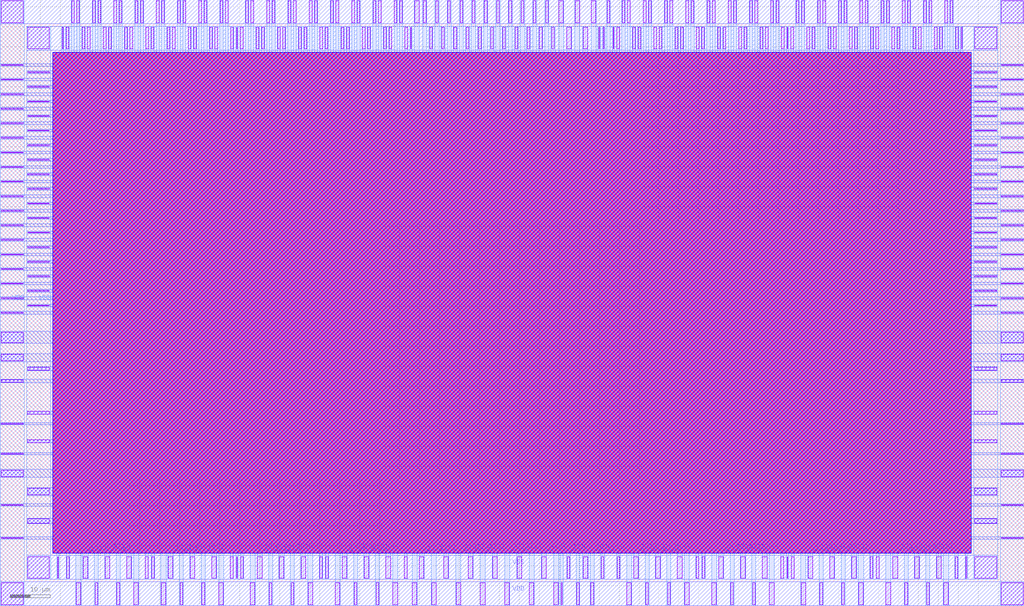
<source format=lef>
# Confidential Information of Artisan Components, Inc.
# Use subject to Artisan Components license.
# Copyright (c) 2003 Artisan Components, Inc.

# ACI Version 2002Q1V0

# Bifilator $Revision: 1.156 $


# SRS 03/09/04 - ADDED ANTENNAEGATEAREA to PINS

VERSION 5.4 ;

NAMESCASESENSITIVE ON ;

#BUSBITCHARS "[]" ;



MACRO ram_256x16A
  CLASS RING ;
  FOREIGN ram_256x16A 0 0 ;
  ORIGIN 0 0 ;
  SIZE 256.485 BY 151.795 ;
  SYMMETRY X Y R90 ;
  PIN A[0]
    DIRECTION INPUT ;
    USE SIGNAL ;
    ANTENNAGATEAREA  0.039 ;
    PORT
      LAYER METAL1 ;
      RECT 137.38 13.2 138.04 13.86 ;
      LAYER METAL2 ;
      RECT 137.38 13.2 138.04 13.86 ;
      LAYER METAL3 ;
      RECT 137.38 13.2 138.04 13.86 ;
      LAYER METAL4 ;
      RECT 137.38 13.2 138.04 13.86 ;
      END
    END A[0]
  PIN A[1]
    DIRECTION INPUT ;
    USE SIGNAL ;
    ANTENNAGATEAREA  0.039 ;
    PORT
      LAYER METAL1 ;
      RECT 131.26 13.2 131.92 13.86 ;
      LAYER METAL2 ;
      RECT 131.26 13.2 131.92 13.86 ;
      LAYER METAL3 ;
      RECT 131.26 13.2 131.92 13.86 ;
      LAYER METAL4 ;
      RECT 131.26 13.2 131.92 13.86 ;
      END
    END A[1]
  PIN A[2]
    DIRECTION INPUT ;
    USE SIGNAL ;
    ANTENNAGATEAREA  0.039 ;
    PORT
      LAYER METAL1 ;
      RECT 128.16 13.2 128.82 13.86 ;
      LAYER METAL2 ;
      RECT 128.16 13.2 128.82 13.86 ;
      LAYER METAL3 ;
      RECT 128.16 13.2 128.82 13.86 ;
      LAYER METAL4 ;
      RECT 128.16 13.2 128.82 13.86 ;
      END
    END A[2]
  PIN A[3]
    ANTENNAGATEAREA  0.039 ;
    DIRECTION INPUT ;
    USE SIGNAL ;
    PORT
      LAYER METAL1 ;
      RECT 122.04 13.2 122.7 13.86 ;
      LAYER METAL2 ;
      RECT 122.04 13.2 122.7 13.86 ;
      LAYER METAL3 ;
      RECT 122.04 13.2 122.7 13.86 ;
      LAYER METAL4 ;
      RECT 122.04 13.2 122.7 13.86 ;
      END
    END A[3]
  PIN A[4]
    DIRECTION INPUT ;
    ANTENNAGATEAREA  0.039 ;
    USE SIGNAL ;
    PORT
      LAYER METAL1 ;
      RECT 119.02 13.2 119.68 13.86 ;
      LAYER METAL2 ;
      RECT 119.02 13.2 119.68 13.86 ;
      LAYER METAL3 ;
      RECT 119.02 13.2 119.68 13.86 ;
      LAYER METAL4 ;
      RECT 119.02 13.2 119.68 13.86 ;
      END
    END A[4]
  PIN A[5]
    ANTENNAGATEAREA  0.039 ;
    DIRECTION INPUT ;
    USE SIGNAL ;
    PORT
      LAYER METAL1 ;
      RECT 115.92 13.2 116.58 13.86 ;
      LAYER METAL2 ;
      RECT 115.92 13.2 116.58 13.86 ;
      LAYER METAL3 ;
      RECT 115.92 13.2 116.58 13.86 ;
      LAYER METAL4 ;
      RECT 115.92 13.2 116.58 13.86 ;
      END
    END A[5]
  PIN A[6]
    ANTENNAGATEAREA  0.039 ;
    DIRECTION INPUT ;
    USE SIGNAL ;
    PORT
      LAYER METAL1 ;
      RECT 109.8 13.2 110.46 13.86 ;
      LAYER METAL2 ;
      RECT 109.8 13.2 110.46 13.86 ;
      LAYER METAL3 ;
      RECT 109.8 13.2 110.46 13.86 ;
      LAYER METAL4 ;
      RECT 109.8 13.2 110.46 13.86 ;
      END
    END A[6]
  PIN A[7]
    ANTENNAGATEAREA  0.039 ;
    DIRECTION INPUT ;
    USE SIGNAL ;
    PORT
      LAYER METAL1 ;
      RECT 106.78 13.2 107.44 13.86 ;
      LAYER METAL2 ;
      RECT 106.78 13.2 107.44 13.86 ;
      LAYER METAL3 ;
      RECT 106.78 13.2 107.44 13.86 ;
      LAYER METAL4 ;
      RECT 106.78 13.2 107.44 13.86 ;
      END
    END A[7]
  PIN CEN
    ANTENNAGATEAREA  0.039 ;
    DIRECTION INPUT ;
    USE SIGNAL ;
    PORT
      LAYER METAL1 ;
      RECT 143.195 13.2 143.855 13.86 ;
      LAYER METAL2 ;
      RECT 143.195 13.2 143.855 13.86 ;
      LAYER METAL3 ;
      RECT 143.195 13.2 143.855 13.86 ;
      LAYER METAL4 ;
      RECT 143.195 13.2 143.855 13.86 ;
      END
    END CEN
  PIN CLK
    DIRECTION INPUT ;
    ANTENNAGATEAREA  0.039 ;
    USE CLOCK ;
    PORT
      LAYER METAL1 ;
      RECT 152.94 13.2 153.6 13.86 ;
      LAYER METAL2 ;
      RECT 152.94 13.2 153.6 13.86 ;
      LAYER METAL3 ;
      RECT 152.94 13.2 153.6 13.86 ;
      LAYER METAL4 ;
      RECT 152.94 13.2 153.6 13.86 ;
      END
    END CLK
  PIN D[0]
    ANTENNAGATEAREA  0.039 ;
    DIRECTION INPUT ;
    USE SIGNAL ;
    PORT
      LAYER METAL1 ;
      RECT 22.48 13.2 23.14 13.86 ;
      LAYER METAL2 ;
      RECT 22.48 13.2 23.14 13.86 ;
      LAYER METAL3 ;
      RECT 22.48 13.2 23.14 13.86 ;
      LAYER METAL4 ;
      RECT 22.48 13.2 23.14 13.86 ;
      END
    END D[0]
  PIN D[10]
    DIRECTION INPUT ;
    USE SIGNAL ;
    ANTENNAGATEAREA  0.039 ;
    PORT
      LAYER METAL1 ;
      RECT 181.685 13.2 182.345 13.86 ;
      LAYER METAL2 ;
      RECT 181.685 13.2 182.345 13.86 ;
      LAYER METAL3 ;
      RECT 181.685 13.2 182.345 13.86 ;
      LAYER METAL4 ;
      RECT 181.685 13.2 182.345 13.86 ;
      END
    END D[10]
  PIN D[11]
    DIRECTION INPUT ;
    USE SIGNAL ;
    ANTENNAGATEAREA  0.039 ;
    PORT
      LAYER METAL1 ;
      RECT 189.725 13.2 190.385 13.86 ;
      LAYER METAL2 ;
      RECT 189.725 13.2 190.385 13.86 ;
      LAYER METAL3 ;
      RECT 189.725 13.2 190.385 13.86 ;
      LAYER METAL4 ;
      RECT 189.725 13.2 190.385 13.86 ;
      END
    END D[11]
  PIN D[12]
    DIRECTION INPUT ;
    ANTENNAGATEAREA  0.039 ;
    USE SIGNAL ;
    PORT
      LAYER METAL1 ;
      RECT 204.025 13.2 204.685 13.86 ;
      LAYER METAL2 ;
      RECT 204.025 13.2 204.685 13.86 ;
      LAYER METAL3 ;
      RECT 204.025 13.2 204.685 13.86 ;
      LAYER METAL4 ;
      RECT 204.025 13.2 204.685 13.86 ;
      END
    END D[12]
  PIN D[13]
    DIRECTION INPUT ;
    USE SIGNAL ;
    ANTENNAGATEAREA  0.039 ;
    PORT
      LAYER METAL1 ;
      RECT 212.065 13.2 212.725 13.86 ;
      LAYER METAL2 ;
      RECT 212.065 13.2 212.725 13.86 ;
      LAYER METAL3 ;
      RECT 212.065 13.2 212.725 13.86 ;
      LAYER METAL4 ;
      RECT 212.065 13.2 212.725 13.86 ;
      END
    END D[13]
  PIN D[14]
    DIRECTION INPUT ;
    USE SIGNAL ;
    ANTENNAGATEAREA  0.039 ;
    PORT
      LAYER METAL1 ;
      RECT 225.305 13.2 225.965 13.86 ;
      LAYER METAL2 ;
      RECT 225.305 13.2 225.965 13.86 ;
      LAYER METAL3 ;
      RECT 225.305 13.2 225.965 13.86 ;
      LAYER METAL4 ;
      RECT 225.305 13.2 225.965 13.86 ;
      END
    END D[14]
  PIN D[15]
    ANTENNAGATEAREA  0.039 ;
    DIRECTION INPUT ;
    USE SIGNAL ;
    PORT
      LAYER METAL1 ;
      RECT 233.345 13.2 234.005 13.86 ;
      LAYER METAL2 ;
      RECT 233.345 13.2 234.005 13.86 ;
      LAYER METAL3 ;
      RECT 233.345 13.2 234.005 13.86 ;
      LAYER METAL4 ;
      RECT 233.345 13.2 234.005 13.86 ;
      END
    END D[15]
  PIN D[1]
    DIRECTION INPUT ;
    USE SIGNAL ;
    ANTENNAGATEAREA  0.039 ;
    PORT
      LAYER METAL1 ;
      RECT 30.52 13.2 31.18 13.86 ;
      LAYER METAL2 ;
      RECT 30.52 13.2 31.18 13.86 ;
      LAYER METAL3 ;
      RECT 30.52 13.2 31.18 13.86 ;
      LAYER METAL4 ;
      RECT 30.52 13.2 31.18 13.86 ;
      END
    END D[1]
  PIN D[2]
    DIRECTION INPUT ;
    USE SIGNAL ;
    ANTENNAGATEAREA  0.039 ;
    PORT
      LAYER METAL1 ;
      RECT 43.76 13.2 44.42 13.86 ;
      LAYER METAL2 ;
      RECT 43.76 13.2 44.42 13.86 ;
      LAYER METAL3 ;
      RECT 43.76 13.2 44.42 13.86 ;
      LAYER METAL4 ;
      RECT 43.76 13.2 44.42 13.86 ;
      END
    END D[2]
  PIN D[3]
    DIRECTION INPUT ;
    USE SIGNAL ;
    ANTENNAGATEAREA  0.039 ;
    PORT
      LAYER METAL1 ;
      RECT 51.8 13.2 52.46 13.86 ;
      LAYER METAL2 ;
      RECT 51.8 13.2 52.46 13.86 ;
      LAYER METAL3 ;
      RECT 51.8 13.2 52.46 13.86 ;
      LAYER METAL4 ;
      RECT 51.8 13.2 52.46 13.86 ;
      END
    END D[3]
  PIN D[4]
    DIRECTION INPUT ;
    USE SIGNAL ;
    ANTENNAGATEAREA  0.039 ;
    PORT
      LAYER METAL1 ;
      RECT 66.1 13.2 66.76 13.86 ;
      LAYER METAL2 ;
      RECT 66.1 13.2 66.76 13.86 ;
      LAYER METAL3 ;
      RECT 66.1 13.2 66.76 13.86 ;
      LAYER METAL4 ;
      RECT 66.1 13.2 66.76 13.86 ;
      END
    END D[4]
  PIN D[5]
    DIRECTION INPUT ;
    USE SIGNAL ;
    ANTENNAGATEAREA  0.039 ;
    PORT
      LAYER METAL1 ;
      RECT 74.14 13.2 74.8 13.86 ;
      LAYER METAL2 ;
      RECT 74.14 13.2 74.8 13.86 ;
      LAYER METAL3 ;
      RECT 74.14 13.2 74.8 13.86 ;
      LAYER METAL4 ;
      RECT 74.14 13.2 74.8 13.86 ;
      END
    END D[5]
  PIN D[6]
    DIRECTION INPUT ;
    USE SIGNAL ;
    ANTENNAGATEAREA  0.039 ;
    PORT
      LAYER METAL1 ;
      RECT 87.38 13.2 88.04 13.86 ;
      LAYER METAL2 ;
      RECT 87.38 13.2 88.04 13.86 ;
      LAYER METAL3 ;
      RECT 87.38 13.2 88.04 13.86 ;
      LAYER METAL4 ;
      RECT 87.38 13.2 88.04 13.86 ;
      END
    END D[6]
  PIN D[7]
    DIRECTION INPUT ;
    USE SIGNAL ;
    ANTENNAGATEAREA  0.039 ;
    PORT
      LAYER METAL1 ;
      RECT 95.42 13.2 96.08 13.86 ;
      LAYER METAL2 ;
      RECT 95.42 13.2 96.08 13.86 ;
      LAYER METAL3 ;
      RECT 95.42 13.2 96.08 13.86 ;
      LAYER METAL4 ;
      RECT 95.42 13.2 96.08 13.86 ;
      END
    END D[7]
  PIN D[8]
    DIRECTION INPUT ;
    USE SIGNAL ;
    ANTENNAGATEAREA  0.039 ;
    PORT
      LAYER METAL1 ;
      RECT 160.405 13.2 161.065 13.86 ;
      LAYER METAL2 ;
      RECT 160.405 13.2 161.065 13.86 ;
      LAYER METAL3 ;
      RECT 160.405 13.2 161.065 13.86 ;
      LAYER METAL4 ;
      RECT 160.405 13.2 161.065 13.86 ;
      END
    END D[8]
  PIN D[9]
    DIRECTION INPUT ;
    USE SIGNAL ;
    ANTENNAGATEAREA  0.039 ;
    PORT
      LAYER METAL1 ;
      RECT 168.445 13.2 169.105 13.86 ;
      LAYER METAL2 ;
      RECT 168.445 13.2 169.105 13.86 ;
      LAYER METAL3 ;
      RECT 168.445 13.2 169.105 13.86 ;
      LAYER METAL4 ;
      RECT 168.445 13.2 169.105 13.86 ;
      END
    END D[9]
  PIN Q[0]
    DIRECTION OUTPUT ;
    USE SIGNAL ;
    PORT
      LAYER METAL1 ;
      RECT 25.06 13.2 25.72 13.86 ;
      LAYER METAL2 ;
      RECT 25.06 13.2 25.72 13.86 ;
      LAYER METAL3 ;
      RECT 25.06 13.2 25.72 13.86 ;
      LAYER METAL4 ;
      RECT 25.06 13.2 25.72 13.86 ;
      END
    END Q[0]
  PIN Q[10]
    DIRECTION OUTPUT ;
    USE SIGNAL ;
    PORT
      LAYER METAL1 ;
      RECT 184.265 13.2 184.925 13.86 ;
      LAYER METAL2 ;
      RECT 184.265 13.2 184.925 13.86 ;
      LAYER METAL3 ;
      RECT 184.265 13.2 184.925 13.86 ;
      LAYER METAL4 ;
      RECT 184.265 13.2 184.925 13.86 ;
      END
    END Q[10]
  PIN Q[11]
    DIRECTION OUTPUT ;
    USE SIGNAL ;
    PORT
      LAYER METAL1 ;
      RECT 187.145 13.2 187.805 13.86 ;
      LAYER METAL2 ;
      RECT 187.145 13.2 187.805 13.86 ;
      LAYER METAL3 ;
      RECT 187.145 13.2 187.805 13.86 ;
      LAYER METAL4 ;
      RECT 187.145 13.2 187.805 13.86 ;
      END
    END Q[11]
  PIN Q[12]
    DIRECTION OUTPUT ;
    USE SIGNAL ;
    PORT
      LAYER METAL1 ;
      RECT 206.605 13.2 207.265 13.86 ;
      LAYER METAL2 ;
      RECT 206.605 13.2 207.265 13.86 ;
      LAYER METAL3 ;
      RECT 206.605 13.2 207.265 13.86 ;
      LAYER METAL4 ;
      RECT 206.605 13.2 207.265 13.86 ;
      END
    END Q[12]
  PIN Q[13]
    DIRECTION OUTPUT ;
    USE SIGNAL ;
    PORT
      LAYER METAL1 ;
      RECT 209.485 13.2 210.145 13.86 ;
      LAYER METAL2 ;
      RECT 209.485 13.2 210.145 13.86 ;
      LAYER METAL3 ;
      RECT 209.485 13.2 210.145 13.86 ;
      LAYER METAL4 ;
      RECT 209.485 13.2 210.145 13.86 ;
      END
    END Q[13]
  PIN Q[14]
    DIRECTION OUTPUT ;
    USE SIGNAL ;
    PORT
      LAYER METAL1 ;
      RECT 227.885 13.2 228.545 13.86 ;
      LAYER METAL2 ;
      RECT 227.885 13.2 228.545 13.86 ;
      LAYER METAL3 ;
      RECT 227.885 13.2 228.545 13.86 ;
      LAYER METAL4 ;
      RECT 227.885 13.2 228.545 13.86 ;
      END
    END Q[14]
  PIN Q[15]
    DIRECTION OUTPUT ;
    USE SIGNAL ;
    PORT
      LAYER METAL1 ;
      RECT 230.765 13.2 231.425 13.86 ;
      LAYER METAL2 ;
      RECT 230.765 13.2 231.425 13.86 ;
      LAYER METAL3 ;
      RECT 230.765 13.2 231.425 13.86 ;
      LAYER METAL4 ;
      RECT 230.765 13.2 231.425 13.86 ;
      END
    END Q[15]
  PIN Q[1]
    DIRECTION OUTPUT ;
    USE SIGNAL ;
    PORT
      LAYER METAL1 ;
      RECT 27.94 13.2 28.6 13.86 ;
      LAYER METAL2 ;
      RECT 27.94 13.2 28.6 13.86 ;
      LAYER METAL3 ;
      RECT 27.94 13.2 28.6 13.86 ;
      LAYER METAL4 ;
      RECT 27.94 13.2 28.6 13.86 ;
      END
    END Q[1]
  PIN Q[2]
    DIRECTION OUTPUT ;
    USE SIGNAL ;
    PORT
      LAYER METAL1 ;
      RECT 46.34 13.2 47 13.86 ;
      LAYER METAL2 ;
      RECT 46.34 13.2 47 13.86 ;
      LAYER METAL3 ;
      RECT 46.34 13.2 47 13.86 ;
      LAYER METAL4 ;
      RECT 46.34 13.2 47 13.86 ;
      END
    END Q[2]
  PIN Q[3]
    DIRECTION OUTPUT ;
    USE SIGNAL ;
    PORT
      LAYER METAL1 ;
      RECT 49.22 13.2 49.88 13.86 ;
      LAYER METAL2 ;
      RECT 49.22 13.2 49.88 13.86 ;
      LAYER METAL3 ;
      RECT 49.22 13.2 49.88 13.86 ;
      LAYER METAL4 ;
      RECT 49.22 13.2 49.88 13.86 ;
      END
    END Q[3]
  PIN Q[4]
    DIRECTION OUTPUT ;
    USE SIGNAL ;
    PORT
      LAYER METAL1 ;
      RECT 68.68 13.2 69.34 13.86 ;
      LAYER METAL2 ;
      RECT 68.68 13.2 69.34 13.86 ;
      LAYER METAL3 ;
      RECT 68.68 13.2 69.34 13.86 ;
      LAYER METAL4 ;
      RECT 68.68 13.2 69.34 13.86 ;
      END
    END Q[4]
  PIN Q[5]
    DIRECTION OUTPUT ;
    USE SIGNAL ;
    PORT
      LAYER METAL1 ;
      RECT 71.56 13.2 72.22 13.86 ;
      LAYER METAL2 ;
      RECT 71.56 13.2 72.22 13.86 ;
      LAYER METAL3 ;
      RECT 71.56 13.2 72.22 13.86 ;
      LAYER METAL4 ;
      RECT 71.56 13.2 72.22 13.86 ;
      END
    END Q[5]
  PIN Q[6]
    DIRECTION OUTPUT ;
    USE SIGNAL ;
    PORT
      LAYER METAL1 ;
      RECT 89.96 13.2 90.62 13.86 ;
      LAYER METAL2 ;
      RECT 89.96 13.2 90.62 13.86 ;
      LAYER METAL3 ;
      RECT 89.96 13.2 90.62 13.86 ;
      LAYER METAL4 ;
      RECT 89.96 13.2 90.62 13.86 ;
      END
    END Q[6]
  PIN Q[7]
    DIRECTION OUTPUT ;
    USE SIGNAL ;
    PORT
      LAYER METAL1 ;
      RECT 92.84 13.2 93.5 13.86 ;
      LAYER METAL2 ;
      RECT 92.84 13.2 93.5 13.86 ;
      LAYER METAL3 ;
      RECT 92.84 13.2 93.5 13.86 ;
      LAYER METAL4 ;
      RECT 92.84 13.2 93.5 13.86 ;
      END
    END Q[7]
  PIN Q[8]
    DIRECTION OUTPUT ;
    USE SIGNAL ;
    PORT
      LAYER METAL1 ;
      RECT 162.985 13.2 163.645 13.86 ;
      LAYER METAL2 ;
      RECT 162.985 13.2 163.645 13.86 ;
      LAYER METAL3 ;
      RECT 162.985 13.2 163.645 13.86 ;
      LAYER METAL4 ;
      RECT 162.985 13.2 163.645 13.86 ;
      END
    END Q[8]
  PIN Q[9]
    DIRECTION OUTPUT ;
    USE SIGNAL ;
    PORT
      LAYER METAL1 ;
      RECT 165.865 13.2 166.525 13.86 ;
      LAYER METAL2 ;
      RECT 165.865 13.2 166.525 13.86 ;
      LAYER METAL3 ;
      RECT 165.865 13.2 166.525 13.86 ;
      LAYER METAL4 ;
      RECT 165.865 13.2 166.525 13.86 ;
      END
    END Q[9]
  PIN WEN
    DIRECTION INPUT ;
    USE SIGNAL ;
    PORT
      LAYER METAL1 ;
      RECT 149.24 13.2 149.9 13.86 ;
      LAYER METAL2 ;
      RECT 149.24 13.2 149.9 13.86 ;
      LAYER METAL3 ;
      RECT 149.24 13.2 149.9 13.86 ;
      LAYER METAL4 ;
      RECT 149.24 13.2 149.9 13.86 ;
      END
    END WEN
  PIN VDD
    DIRECTION INOUT ;
    USE POWER ;
    SHAPE RING ;
    PORT
      LAYER METAL3 ;
      RECT 256.485 145.795 0 151.795 ;
      LAYER METAL3 ;
      RECT 0 0 256.485 6 ;
      LAYER METAL4 ;
      RECT 250.485 0 256.485 151.795 ;
      LAYER METAL4 ;
      RECT 0 151.795 6 0 ;
      END
    END VDD
  PIN VSS
    DIRECTION INOUT ;
    USE GROUND ;
    SHAPE RING ;
    PORT
      LAYER METAL3 ;
      RECT 249.885 139.195 6.6 145.195 ;
      LAYER METAL3 ;
      RECT 6.6 6.6 249.885 12.6 ;
      LAYER METAL4 ;
      RECT 243.885 6.6 249.885 145.195 ;
      LAYER METAL4 ;
      RECT 6.6 145.195 12.6 6.6 ;
      END
    END VSS
  OBS
    LAYER OVERLAP ;
    RECT 13.2 13.2 243.285 138.595 ;
    LAYER VIA12 ;
    RECT 13.2 13.2 243.285 138.595 ;
    LAYER VIA23 ;
    RECT 13.2 13.2 243.285 138.595 ;
    LAYER VIA34 ;
    RECT 13.2 13.2 243.285 138.595 ;
    LAYER VIA45 ;
    RECT 13.2 13.2 243.285 138.595 ;
    LAYER METAL1 ;
    POLYGON 13.2 138.595 13.2 13.2 22.3 13.2 22.3 14.04 23.32 14.04
      23.32 13.2 24.88 13.2 24.88 14.04 25.9 14.04 25.9 13.2 27.76 13.2
      27.76 14.04 28.78 14.04 28.78 13.2 30.34 13.2 30.34 14.04 31.36 14.04
      31.36 13.2 43.58 13.2 43.58 14.04 44.6 14.04 44.6 13.2 46.16 13.2
      46.16 14.04 47.18 14.04 47.18 13.2 49.04 13.2 49.04 14.04 50.06 14.04
      50.06 13.2 51.62 13.2 51.62 14.04 52.64 14.04 52.64 13.2 65.92 13.2
      65.92 14.04 66.94 14.04 66.94 13.2 68.5 13.2 68.5 14.04 69.52 14.04
      69.52 13.2 71.38 13.2 71.38 14.04 72.4 14.04 72.4 13.2 73.96 13.2
      73.96 14.04 74.98 14.04 74.98 13.2 87.2 13.2 87.2 14.04 88.22 14.04
      88.22 13.2 89.78 13.2 89.78 14.04 90.8 14.04 90.8 13.2 92.66 13.2
      92.66 14.04 93.68 14.04 93.68 13.2 95.24 13.2 95.24 14.04 96.26 14.04
      96.26 13.2 106.6 13.2 106.6 14.04 107.62 14.04 107.62 13.2 109.62 13.2
      109.62 14.04 110.64 14.04 110.64 13.2 115.74 13.2 115.74 14.04
      116.76 14.04 116.76 13.2 118.84 13.2 118.84 14.04 119.86 14.04
      119.86 13.2 121.86 13.2 121.86 14.04 122.88 14.04 122.88 13.2
      127.98 13.2 127.98 14.04 129 14.04 129 13.2 131.08 13.2 131.08 14.04
      132.1 14.04 132.1 13.2 137.2 13.2 137.2 14.04 138.22 14.04 138.22 13.2
      143.015 13.2 143.015 14.04 144.035 14.04 144.035 13.2 149.06 13.2
      149.06 14.04 150.08 14.04 150.08 13.2 152.76 13.2 152.76 14.04
      153.78 14.04 153.78 13.2 160.225 13.2 160.225 14.04 161.245 14.04
      161.245 13.2 162.805 13.2 162.805 14.04 163.825 14.04 163.825 13.2
      165.685 13.2 165.685 14.04 166.705 14.04 166.705 13.2 168.265 13.2
      168.265 14.04 169.285 14.04 169.285 13.2 181.505 13.2 181.505 14.04
      182.525 14.04 182.525 13.2 184.085 13.2 184.085 14.04 185.105 14.04
      185.105 13.2 186.965 13.2 186.965 14.04 187.985 14.04 187.985 13.2
      189.545 13.2 189.545 14.04 190.565 14.04 190.565 13.2 203.845 13.2
      203.845 14.04 204.865 14.04 204.865 13.2 206.425 13.2 206.425 14.04
      207.445 14.04 207.445 13.2 209.305 13.2 209.305 14.04 210.325 14.04
      210.325 13.2 211.885 13.2 211.885 14.04 212.905 14.04 212.905 13.2
      225.125 13.2 225.125 14.04 226.145 14.04 226.145 13.2 227.705 13.2
      227.705 14.04 228.725 14.04 228.725 13.2 230.585 13.2 230.585 14.04
      231.605 14.04 231.605 13.2 233.165 13.2 233.165 14.04 234.185 14.04
      234.185 13.2 243.285 13.2 243.285 138.595 ;
    LAYER METAL2 ;
    POLYGON 13.2 138.595 13.2 13.2 22.27 13.2 22.27 14.07 23.35 14.07
      23.35 13.2 24.85 13.2 24.85 14.07 25.93 14.07 25.93 13.2 27.73 13.2
      27.73 14.07 28.81 14.07 28.81 13.2 30.31 13.2 30.31 14.07 31.39 14.07
      31.39 13.2 43.55 13.2 43.55 14.07 44.63 14.07 44.63 13.2 46.13 13.2
      46.13 14.07 47.21 14.07 47.21 13.2 49.01 13.2 49.01 14.07 50.09 14.07
      50.09 13.2 51.59 13.2 51.59 14.07 52.67 14.07 52.67 13.2 65.89 13.2
      65.89 14.07 66.97 14.07 66.97 13.2 68.47 13.2 68.47 14.07 69.55 14.07
      69.55 13.2 71.35 13.2 71.35 14.07 72.43 14.07 72.43 13.2 73.93 13.2
      73.93 14.07 75.01 14.07 75.01 13.2 87.17 13.2 87.17 14.07 88.25 14.07
      88.25 13.2 89.75 13.2 89.75 14.07 90.83 14.07 90.83 13.2 92.63 13.2
      92.63 14.07 93.71 14.07 93.71 13.2 95.21 13.2 95.21 14.07 96.29 14.07
      96.29 13.2 106.57 13.2 106.57 14.07 107.65 14.07 107.65 13.2
      109.59 13.2 109.59 14.07 110.67 14.07 110.67 13.2 115.71 13.2
      115.71 14.07 116.79 14.07 116.79 13.2 118.81 13.2 118.81 14.07
      119.89 14.07 119.89 13.2 121.83 13.2 121.83 14.07 122.91 14.07
      122.91 13.2 127.95 13.2 127.95 14.07 129.03 14.07 129.03 13.2
      131.05 13.2 131.05 14.07 132.13 14.07 132.13 13.2 137.17 13.2
      137.17 14.07 138.25 14.07 138.25 13.2 142.985 13.2 142.985 14.07
      144.065 14.07 144.065 13.2 149.03 13.2 149.03 14.07 150.11 14.07
      150.11 13.2 152.73 13.2 152.73 14.07 153.81 14.07 153.81 13.2
      160.195 13.2 160.195 14.07 161.275 14.07 161.275 13.2 162.775 13.2
      162.775 14.07 163.855 14.07 163.855 13.2 165.655 13.2 165.655 14.07
      166.735 14.07 166.735 13.2 168.235 13.2 168.235 14.07 169.315 14.07
      169.315 13.2 181.475 13.2 181.475 14.07 182.555 14.07 182.555 13.2
      184.055 13.2 184.055 14.07 185.135 14.07 185.135 13.2 186.935 13.2
      186.935 14.07 188.015 14.07 188.015 13.2 189.515 13.2 189.515 14.07
      190.595 14.07 190.595 13.2 203.815 13.2 203.815 14.07 204.895 14.07
      204.895 13.2 206.395 13.2 206.395 14.07 207.475 14.07 207.475 13.2
      209.275 13.2 209.275 14.07 210.355 14.07 210.355 13.2 211.855 13.2
      211.855 14.07 212.935 14.07 212.935 13.2 225.095 13.2 225.095 14.07
      226.175 14.07 226.175 13.2 227.675 13.2 227.675 14.07 228.755 14.07
      228.755 13.2 230.555 13.2 230.555 14.07 231.635 14.07 231.635 13.2
      233.135 13.2 233.135 14.07 234.215 14.07 234.215 13.2 243.285 13.2
      243.285 138.595 ;
    LAYER METAL3 ;
    POLYGON 13.2 138.595 13.2 13.2 22.27 13.2 22.27 14.07 23.35 14.07
      23.35 13.2 24.85 13.2 24.85 14.07 25.93 14.07 25.93 13.2 27.73 13.2
      27.73 14.07 28.81 14.07 28.81 13.2 30.31 13.2 30.31 14.07 31.39 14.07
      31.39 13.2 43.55 13.2 43.55 14.07 44.63 14.07 44.63 13.2 46.13 13.2
      46.13 14.07 47.21 14.07 47.21 13.2 49.01 13.2 49.01 14.07 50.09 14.07
      50.09 13.2 51.59 13.2 51.59 14.07 52.67 14.07 52.67 13.2 65.89 13.2
      65.89 14.07 66.97 14.07 66.97 13.2 68.47 13.2 68.47 14.07 69.55 14.07
      69.55 13.2 71.35 13.2 71.35 14.07 72.43 14.07 72.43 13.2 73.93 13.2
      73.93 14.07 75.01 14.07 75.01 13.2 87.17 13.2 87.17 14.07 88.25 14.07
      88.25 13.2 89.75 13.2 89.75 14.07 90.83 14.07 90.83 13.2 92.63 13.2
      92.63 14.07 93.71 14.07 93.71 13.2 95.21 13.2 95.21 14.07 96.29 14.07
      96.29 13.2 106.57 13.2 106.57 14.07 107.65 14.07 107.65 13.2
      109.59 13.2 109.59 14.07 110.67 14.07 110.67 13.2 115.71 13.2
      115.71 14.07 116.79 14.07 116.79 13.2 118.81 13.2 118.81 14.07
      119.89 14.07 119.89 13.2 121.83 13.2 121.83 14.07 122.91 14.07
      122.91 13.2 127.95 13.2 127.95 14.07 129.03 14.07 129.03 13.2
      131.05 13.2 131.05 14.07 132.13 14.07 132.13 13.2 137.17 13.2
      137.17 14.07 138.25 14.07 138.25 13.2 142.985 13.2 142.985 14.07
      144.065 14.07 144.065 13.2 149.03 13.2 149.03 14.07 150.11 14.07
      150.11 13.2 152.73 13.2 152.73 14.07 153.81 14.07 153.81 13.2
      160.195 13.2 160.195 14.07 161.275 14.07 161.275 13.2 162.775 13.2
      162.775 14.07 163.855 14.07 163.855 13.2 165.655 13.2 165.655 14.07
      166.735 14.07 166.735 13.2 168.235 13.2 168.235 14.07 169.315 14.07
      169.315 13.2 181.475 13.2 181.475 14.07 182.555 14.07 182.555 13.2
      184.055 13.2 184.055 14.07 185.135 14.07 185.135 13.2 186.935 13.2
      186.935 14.07 188.015 14.07 188.015 13.2 189.515 13.2 189.515 14.07
      190.595 14.07 190.595 13.2 203.815 13.2 203.815 14.07 204.895 14.07
      204.895 13.2 206.395 13.2 206.395 14.07 207.475 14.07 207.475 13.2
      209.275 13.2 209.275 14.07 210.355 14.07 210.355 13.2 211.855 13.2
      211.855 14.07 212.935 14.07 212.935 13.2 225.095 13.2 225.095 14.07
      226.175 14.07 226.175 13.2 227.675 13.2 227.675 14.07 228.755 14.07
      228.755 13.2 230.555 13.2 230.555 14.07 231.635 14.07 231.635 13.2
      233.135 13.2 233.135 14.07 234.215 14.07 234.215 13.2 243.285 13.2
      243.285 138.595 ;
    LAYER METAL4 ;
    POLYGON 13.2 138.595 13.2 13.2 22.27 13.2 22.27 14.07 23.35 14.07
      23.35 13.2 24.85 13.2 24.85 14.07 25.93 14.07 25.93 13.2 27.73 13.2
      27.73 14.07 28.81 14.07 28.81 13.2 30.31 13.2 30.31 14.07 31.39 14.07
      31.39 13.2 43.55 13.2 43.55 14.07 44.63 14.07 44.63 13.2 46.13 13.2
      46.13 14.07 47.21 14.07 47.21 13.2 49.01 13.2 49.01 14.07 50.09 14.07
      50.09 13.2 51.59 13.2 51.59 14.07 52.67 14.07 52.67 13.2 65.89 13.2
      65.89 14.07 66.97 14.07 66.97 13.2 68.47 13.2 68.47 14.07 69.55 14.07
      69.55 13.2 71.35 13.2 71.35 14.07 72.43 14.07 72.43 13.2 73.93 13.2
      73.93 14.07 75.01 14.07 75.01 13.2 87.17 13.2 87.17 14.07 88.25 14.07
      88.25 13.2 89.75 13.2 89.75 14.07 90.83 14.07 90.83 13.2 92.63 13.2
      92.63 14.07 93.71 14.07 93.71 13.2 95.21 13.2 95.21 14.07 96.29 14.07
      96.29 13.2 106.57 13.2 106.57 14.07 107.65 14.07 107.65 13.2
      109.59 13.2 109.59 14.07 110.67 14.07 110.67 13.2 115.71 13.2
      115.71 14.07 116.79 14.07 116.79 13.2 118.81 13.2 118.81 14.07
      119.89 14.07 119.89 13.2 121.83 13.2 121.83 14.07 122.91 14.07
      122.91 13.2 127.95 13.2 127.95 14.07 129.03 14.07 129.03 13.2
      131.05 13.2 131.05 14.07 132.13 14.07 132.13 13.2 137.17 13.2
      137.17 14.07 138.25 14.07 138.25 13.2 142.985 13.2 142.985 14.07
      144.065 14.07 144.065 13.2 149.03 13.2 149.03 14.07 150.11 14.07
      150.11 13.2 152.73 13.2 152.73 14.07 153.81 14.07 153.81 13.2
      160.195 13.2 160.195 14.07 161.275 14.07 161.275 13.2 162.775 13.2
      162.775 14.07 163.855 14.07 163.855 13.2 165.655 13.2 165.655 14.07
      166.735 14.07 166.735 13.2 168.235 13.2 168.235 14.07 169.315 14.07
      169.315 13.2 181.475 13.2 181.475 14.07 182.555 14.07 182.555 13.2
      184.055 13.2 184.055 14.07 185.135 14.07 185.135 13.2 186.935 13.2
      186.935 14.07 188.015 14.07 188.015 13.2 189.515 13.2 189.515 14.07
      190.595 14.07 190.595 13.2 203.815 13.2 203.815 14.07 204.895 14.07
      204.895 13.2 206.395 13.2 206.395 14.07 207.475 14.07 207.475 13.2
      209.275 13.2 209.275 14.07 210.355 14.07 210.355 13.2 211.855 13.2
      211.855 14.07 212.935 14.07 212.935 13.2 225.095 13.2 225.095 14.07
      226.175 14.07 226.175 13.2 227.675 13.2 227.675 14.07 228.755 14.07
      228.755 13.2 230.555 13.2 230.555 14.07 231.635 14.07 231.635 13.2
      233.135 13.2 233.135 14.07 234.215 14.07 234.215 13.2 243.285 13.2
      243.285 138.595 ;
    LAYER VIA34 ;
    RECT 244.15 139.46 249.62 144.93 ;
    LAYER VIA34 ;
    RECT 6.865 6.865 12.335 12.335 ;
    LAYER VIA34 ;
    RECT 244.15 6.865 249.62 12.335 ;
    LAYER VIA34 ;
    RECT 6.865 139.46 12.335 144.93 ;
    LAYER VIA34 ;
    RECT 250.75 146.06 256.22 151.53 ;
    LAYER VIA34 ;
    RECT 0.265 0.265 5.735 5.735 ;
    LAYER VIA34 ;
    RECT 250.75 0.265 256.22 5.735 ;
    LAYER VIA34 ;
    RECT 0.265 146.06 5.735 151.53 ;
    LAYER METAL4 ;
    RECT 17.775 138.595 18.595 151.795 ;
    LAYER METAL4 ;
    RECT 19.105 138.595 19.925 151.795 ;
    LAYER METAL4 ;
    RECT 23.095 138.595 23.915 151.795 ;
    LAYER METAL4 ;
    RECT 24.425 138.595 25.245 151.795 ;
    LAYER METAL4 ;
    RECT 28.415 138.595 29.235 151.795 ;
    LAYER METAL4 ;
    RECT 29.745 138.595 30.565 151.795 ;
    LAYER METAL4 ;
    RECT 33.735 138.595 34.555 151.795 ;
    LAYER METAL4 ;
    RECT 35.065 138.595 35.885 151.795 ;
    LAYER METAL4 ;
    RECT 39.055 138.595 39.875 151.795 ;
    LAYER METAL4 ;
    RECT 40.385 138.595 41.205 151.795 ;
    LAYER METAL4 ;
    RECT 44.375 138.595 45.195 151.795 ;
    LAYER METAL4 ;
    RECT 45.705 138.595 46.525 151.795 ;
    LAYER METAL4 ;
    RECT 49.695 138.595 50.515 151.795 ;
    LAYER METAL4 ;
    RECT 51.025 138.595 51.845 151.795 ;
    LAYER METAL4 ;
    RECT 55.015 138.595 55.835 151.795 ;
    LAYER METAL4 ;
    RECT 56.345 138.595 57.165 151.795 ;
    LAYER METAL4 ;
    RECT 61.395 138.595 62.215 151.795 ;
    LAYER METAL4 ;
    RECT 62.725 138.595 63.545 151.795 ;
    LAYER METAL4 ;
    RECT 66.715 138.595 67.535 151.795 ;
    LAYER METAL4 ;
    RECT 68.045 138.595 68.865 151.795 ;
    LAYER METAL4 ;
    RECT 72.035 138.595 72.855 151.795 ;
    LAYER METAL4 ;
    RECT 73.365 138.595 74.185 151.795 ;
    LAYER METAL4 ;
    RECT 77.355 138.595 78.175 151.795 ;
    LAYER METAL4 ;
    RECT 78.685 138.595 79.505 151.795 ;
    LAYER METAL4 ;
    RECT 82.675 138.595 83.495 151.795 ;
    LAYER METAL4 ;
    RECT 84.005 138.595 84.825 151.795 ;
    LAYER METAL4 ;
    RECT 87.995 138.595 88.815 151.795 ;
    LAYER METAL4 ;
    RECT 89.325 138.595 90.145 151.795 ;
    LAYER METAL4 ;
    RECT 93.315 138.595 94.135 151.795 ;
    LAYER METAL4 ;
    RECT 94.645 138.595 95.465 151.795 ;
    LAYER METAL4 ;
    RECT 98.635 138.595 99.455 151.795 ;
    LAYER METAL4 ;
    RECT 99.965 138.595 100.785 151.795 ;
    LAYER METAL4 ;
    RECT 103.715 138.595 104.975 151.795 ;
    LAYER METAL4 ;
    RECT 105.79 138.595 106.85 151.795 ;
    LAYER METAL4 ;
    RECT 108.85 138.595 109.91 151.795 ;
    LAYER METAL4 ;
    RECT 111.91 138.595 112.97 151.795 ;
    LAYER METAL4 ;
    RECT 114.97 138.595 116.03 151.795 ;
    LAYER METAL4 ;
    RECT 118.03 138.595 119.09 151.795 ;
    LAYER METAL4 ;
    RECT 121.09 138.595 122.15 151.795 ;
    LAYER METAL4 ;
    RECT 124.15 138.595 125.21 151.795 ;
    LAYER METAL4 ;
    RECT 127.21 138.595 128.27 151.795 ;
    LAYER METAL4 ;
    RECT 130.27 138.595 131.33 151.795 ;
    LAYER METAL4 ;
    RECT 133.33 138.595 134.39 151.795 ;
    LAYER METAL4 ;
    RECT 136.39 138.595 137.45 151.795 ;
    LAYER METAL4 ;
    RECT 139.835 138.595 141.095 151.795 ;
    LAYER METAL4 ;
    RECT 143.915 138.595 145.175 151.795 ;
    LAYER METAL4 ;
    RECT 147.995 138.595 149.255 151.795 ;
    LAYER METAL4 ;
    RECT 151.98 138.595 152.8 151.795 ;
    LAYER METAL4 ;
    RECT 155.7 138.595 156.52 151.795 ;
    LAYER METAL4 ;
    RECT 157.03 138.595 157.85 151.795 ;
    LAYER METAL4 ;
    RECT 161.02 138.595 161.84 151.795 ;
    LAYER METAL4 ;
    RECT 162.35 138.595 163.17 151.795 ;
    LAYER METAL4 ;
    RECT 166.34 138.595 167.16 151.795 ;
    LAYER METAL4 ;
    RECT 167.67 138.595 168.49 151.795 ;
    LAYER METAL4 ;
    RECT 171.66 138.595 172.48 151.795 ;
    LAYER METAL4 ;
    RECT 172.99 138.595 173.81 151.795 ;
    LAYER METAL4 ;
    RECT 176.98 138.595 177.8 151.795 ;
    LAYER METAL4 ;
    RECT 178.31 138.595 179.13 151.795 ;
    LAYER METAL4 ;
    RECT 182.3 138.595 183.12 151.795 ;
    LAYER METAL4 ;
    RECT 183.63 138.595 184.45 151.795 ;
    LAYER METAL4 ;
    RECT 187.62 138.595 188.44 151.795 ;
    LAYER METAL4 ;
    RECT 188.95 138.595 189.77 151.795 ;
    LAYER METAL4 ;
    RECT 192.94 138.595 193.76 151.795 ;
    LAYER METAL4 ;
    RECT 194.27 138.595 195.09 151.795 ;
    LAYER METAL4 ;
    RECT 199.32 138.595 200.14 151.795 ;
    LAYER METAL4 ;
    RECT 200.65 138.595 201.47 151.795 ;
    LAYER METAL4 ;
    RECT 204.64 138.595 205.46 151.795 ;
    LAYER METAL4 ;
    RECT 205.97 138.595 206.79 151.795 ;
    LAYER METAL4 ;
    RECT 209.96 138.595 210.78 151.795 ;
    LAYER METAL4 ;
    RECT 211.29 138.595 212.11 151.795 ;
    LAYER METAL4 ;
    RECT 215.28 138.595 216.1 151.795 ;
    LAYER METAL4 ;
    RECT 216.61 138.595 217.43 151.795 ;
    LAYER METAL4 ;
    RECT 220.6 138.595 221.42 151.795 ;
    LAYER METAL4 ;
    RECT 221.93 138.595 222.75 151.795 ;
    LAYER METAL4 ;
    RECT 225.92 138.595 226.74 151.795 ;
    LAYER METAL4 ;
    RECT 227.25 138.595 228.07 151.795 ;
    LAYER METAL4 ;
    RECT 231.24 138.595 232.06 151.795 ;
    LAYER METAL4 ;
    RECT 232.57 138.595 233.39 151.795 ;
    LAYER METAL4 ;
    RECT 236.56 138.595 237.38 151.795 ;
    LAYER METAL4 ;
    RECT 237.89 138.595 238.71 151.795 ;
    LAYER METAL4 ;
    RECT 18.96 13.2 20.26 0 ;
    LAYER METAL4 ;
    RECT 23.6 13.2 24.6 0 ;
    LAYER METAL4 ;
    RECT 29.06 13.2 30.06 0 ;
    LAYER METAL4 ;
    RECT 33.4 13.2 34.7 0 ;
    LAYER METAL4 ;
    RECT 40.24 13.2 41.54 0 ;
    LAYER METAL4 ;
    RECT 44.88 13.2 45.88 0 ;
    LAYER METAL4 ;
    RECT 50.34 13.2 51.34 0 ;
    LAYER METAL4 ;
    RECT 54.68 13.2 55.98 0 ;
    LAYER METAL4 ;
    RECT 62.58 13.2 63.88 0 ;
    LAYER METAL4 ;
    RECT 67.22 13.2 68.22 0 ;
    LAYER METAL4 ;
    RECT 72.68 13.2 73.68 0 ;
    LAYER METAL4 ;
    RECT 77.02 13.2 78.32 0 ;
    LAYER METAL4 ;
    RECT 83.86 13.2 85.16 0 ;
    LAYER METAL4 ;
    RECT 88.5 13.2 89.5 0 ;
    LAYER METAL4 ;
    RECT 93.96 13.2 94.96 0 ;
    LAYER METAL4 ;
    RECT 98.3 13.2 99.6 0 ;
    LAYER METAL4 ;
    RECT 103.175 13.2 104.435 0 ;
    LAYER METAL4 ;
    RECT 107.99 13.2 109.25 0 ;
    LAYER METAL4 ;
    RECT 114.11 13.2 115.37 0 ;
    LAYER METAL4 ;
    RECT 120.23 13.2 121.49 0 ;
    LAYER METAL4 ;
    RECT 126.35 13.2 127.61 0 ;
    LAYER METAL4 ;
    RECT 132.47 13.2 133.73 0 ;
    LAYER METAL4 ;
    RECT 138.59 13.2 139.85 0 ;
    LAYER METAL4 ;
    RECT 140.31 13.2 141.01 0 ;
    LAYER METAL4 ;
    RECT 144.315 13.2 145.135 0 ;
    LAYER METAL4 ;
    RECT 147.78 13.2 148.78 0 ;
    LAYER METAL4 ;
    RECT 156.885 13.2 158.185 0 ;
    LAYER METAL4 ;
    RECT 161.525 13.2 162.525 0 ;
    LAYER METAL4 ;
    RECT 166.985 13.2 167.985 0 ;
    LAYER METAL4 ;
    RECT 171.325 13.2 172.625 0 ;
    LAYER METAL4 ;
    RECT 178.165 13.2 179.465 0 ;
    LAYER METAL4 ;
    RECT 182.805 13.2 183.805 0 ;
    LAYER METAL4 ;
    RECT 188.265 13.2 189.265 0 ;
    LAYER METAL4 ;
    RECT 192.605 13.2 193.905 0 ;
    LAYER METAL4 ;
    RECT 200.505 13.2 201.805 0 ;
    LAYER METAL4 ;
    RECT 205.145 13.2 206.145 0 ;
    LAYER METAL4 ;
    RECT 210.605 13.2 211.605 0 ;
    LAYER METAL4 ;
    RECT 214.945 13.2 216.245 0 ;
    LAYER METAL4 ;
    RECT 221.785 13.2 223.085 0 ;
    LAYER METAL4 ;
    RECT 226.425 13.2 227.425 0 ;
    LAYER METAL4 ;
    RECT 231.885 13.2 232.885 0 ;
    LAYER METAL4 ;
    RECT 236.225 13.2 237.525 0 ;
    LAYER METAL3 ;
    RECT 243.285 16.625 256.485 17.325 ;
    LAYER METAL3 ;
    RECT 243.285 24.875 256.485 25.575 ;
    LAYER METAL3 ;
    RECT 243.285 32.15 256.485 34.15 ;
    LAYER METAL3 ;
    RECT 243.285 37.82 256.485 38.36 ;
    LAYER METAL3 ;
    RECT 243.285 45.315 256.485 45.855 ;
    LAYER METAL3 ;
    RECT 243.285 55.92 256.485 56.72 ;
    LAYER METAL3 ;
    RECT 243.285 61.175 256.485 63.175 ;
    LAYER METAL3 ;
    RECT 243.285 65.705 256.485 68.705 ;
    LAYER METAL3 ;
    RECT 243.285 73.055 256.485 73.755 ;
    LAYER METAL3 ;
    RECT 243.285 76.705 256.485 77.405 ;
    LAYER METAL3 ;
    RECT 243.285 80.355 256.485 81.055 ;
    LAYER METAL3 ;
    RECT 243.285 84.005 256.485 84.705 ;
    LAYER METAL3 ;
    RECT 243.285 87.655 256.485 88.355 ;
    LAYER METAL3 ;
    RECT 243.285 91.305 256.485 92.005 ;
    LAYER METAL3 ;
    RECT 243.285 94.955 256.485 95.655 ;
    LAYER METAL3 ;
    RECT 243.285 98.605 256.485 99.305 ;
    LAYER METAL3 ;
    RECT 243.285 102.255 256.485 102.955 ;
    LAYER METAL3 ;
    RECT 243.285 105.905 256.485 106.605 ;
    LAYER METAL3 ;
    RECT 243.285 109.555 256.485 110.255 ;
    LAYER METAL3 ;
    RECT 243.285 113.205 256.485 113.905 ;
    LAYER METAL3 ;
    RECT 243.285 116.855 256.485 117.555 ;
    LAYER METAL3 ;
    RECT 243.285 120.505 256.485 121.205 ;
    LAYER METAL3 ;
    RECT 243.285 124.155 256.485 124.855 ;
    LAYER METAL3 ;
    RECT 243.285 127.805 256.485 128.505 ;
    LAYER METAL3 ;
    RECT 243.285 131.455 256.485 132.155 ;
    LAYER METAL3 ;
    RECT 243.285 135.105 256.485 135.805 ;
    LAYER METAL3 ;
    RECT 13.2 16.625 0 17.325 ;
    LAYER METAL3 ;
    RECT 13.2 24.875 0 25.575 ;
    LAYER METAL3 ;
    RECT 13.2 32.15 0 34.15 ;
    LAYER METAL3 ;
    RECT 13.2 37.82 0 38.36 ;
    LAYER METAL3 ;
    RECT 13.2 45.315 0 45.855 ;
    LAYER METAL3 ;
    RECT 13.2 55.92 0 56.72 ;
    LAYER METAL3 ;
    RECT 13.2 61.175 0 63.175 ;
    LAYER METAL3 ;
    RECT 13.2 65.705 0 68.705 ;
    LAYER METAL3 ;
    RECT 13.2 73.055 0 73.755 ;
    LAYER METAL3 ;
    RECT 13.2 76.705 0 77.405 ;
    LAYER METAL3 ;
    RECT 13.2 80.355 0 81.055 ;
    LAYER METAL3 ;
    RECT 13.2 84.005 0 84.705 ;
    LAYER METAL3 ;
    RECT 13.2 87.655 0 88.355 ;
    LAYER METAL3 ;
    RECT 13.2 91.305 0 92.005 ;
    LAYER METAL3 ;
    RECT 13.2 94.955 0 95.655 ;
    LAYER METAL3 ;
    RECT 13.2 98.605 0 99.305 ;
    LAYER METAL3 ;
    RECT 13.2 102.255 0 102.955 ;
    LAYER METAL3 ;
    RECT 13.2 105.905 0 106.605 ;
    LAYER METAL3 ;
    RECT 13.2 109.555 0 110.255 ;
    LAYER METAL3 ;
    RECT 13.2 113.205 0 113.905 ;
    LAYER METAL3 ;
    RECT 13.2 116.855 0 117.555 ;
    LAYER METAL3 ;
    RECT 13.2 120.505 0 121.205 ;
    LAYER METAL3 ;
    RECT 13.2 124.155 0 124.855 ;
    LAYER METAL3 ;
    RECT 13.2 127.805 0 128.505 ;
    LAYER METAL3 ;
    RECT 13.2 131.455 0 132.155 ;
    LAYER METAL3 ;
    RECT 13.2 135.105 0 135.805 ;
    LAYER METAL4 ;
    RECT 15.36 138.595 15.96 145.195 ;
    LAYER METAL4 ;
    RECT 16.445 138.595 17.265 145.195 ;
    LAYER METAL4 ;
    RECT 20.435 138.595 21.255 145.195 ;
    LAYER METAL4 ;
    RECT 21.765 138.595 22.585 145.195 ;
    LAYER METAL4 ;
    RECT 25.755 138.595 26.575 145.195 ;
    LAYER METAL4 ;
    RECT 27.085 138.595 27.905 145.195 ;
    LAYER METAL4 ;
    RECT 31.075 138.595 31.895 145.195 ;
    LAYER METAL4 ;
    RECT 32.405 138.595 33.225 145.195 ;
    LAYER METAL4 ;
    RECT 36.395 138.595 37.215 145.195 ;
    LAYER METAL4 ;
    RECT 37.725 138.595 38.545 145.195 ;
    LAYER METAL4 ;
    RECT 41.715 138.595 42.535 145.195 ;
    LAYER METAL4 ;
    RECT 43.045 138.595 43.865 145.195 ;
    LAYER METAL4 ;
    RECT 47.035 138.595 47.855 145.195 ;
    LAYER METAL4 ;
    RECT 48.365 138.595 49.185 145.195 ;
    LAYER METAL4 ;
    RECT 52.355 138.595 53.175 145.195 ;
    LAYER METAL4 ;
    RECT 53.685 138.595 54.505 145.195 ;
    LAYER METAL4 ;
    RECT 57.675 138.595 58.495 145.195 ;
    LAYER METAL4 ;
    RECT 58.98 138.595 59.58 145.195 ;
    LAYER METAL4 ;
    RECT 60.065 138.595 60.885 145.195 ;
    LAYER METAL4 ;
    RECT 64.055 138.595 64.875 145.195 ;
    LAYER METAL4 ;
    RECT 65.385 138.595 66.205 145.195 ;
    LAYER METAL4 ;
    RECT 69.375 138.595 70.195 145.195 ;
    LAYER METAL4 ;
    RECT 70.705 138.595 71.525 145.195 ;
    LAYER METAL4 ;
    RECT 74.695 138.595 75.515 145.195 ;
    LAYER METAL4 ;
    RECT 76.025 138.595 76.845 145.195 ;
    LAYER METAL4 ;
    RECT 80.015 138.595 80.835 145.195 ;
    LAYER METAL4 ;
    RECT 81.345 138.595 82.165 145.195 ;
    LAYER METAL4 ;
    RECT 85.335 138.595 86.155 145.195 ;
    LAYER METAL4 ;
    RECT 86.665 138.595 87.485 145.195 ;
    LAYER METAL4 ;
    RECT 90.655 138.595 91.475 145.195 ;
    LAYER METAL4 ;
    RECT 91.985 138.595 92.805 145.195 ;
    LAYER METAL4 ;
    RECT 95.975 138.595 96.795 145.195 ;
    LAYER METAL4 ;
    RECT 97.305 138.595 98.125 145.195 ;
    LAYER METAL4 ;
    RECT 101.295 138.595 102.115 145.195 ;
    LAYER METAL4 ;
    RECT 102.6 138.595 103.2 145.195 ;
    LAYER METAL4 ;
    RECT 107.33 138.595 108.39 145.195 ;
    LAYER METAL4 ;
    RECT 110.39 138.595 111.45 145.195 ;
    LAYER METAL4 ;
    RECT 113.45 138.595 114.51 145.195 ;
    LAYER METAL4 ;
    RECT 116.51 138.595 117.57 145.195 ;
    LAYER METAL4 ;
    RECT 119.57 138.595 120.63 145.195 ;
    LAYER METAL4 ;
    RECT 122.63 138.595 123.69 145.195 ;
    LAYER METAL4 ;
    RECT 125.69 138.595 126.75 145.195 ;
    LAYER METAL4 ;
    RECT 128.75 138.595 129.81 145.195 ;
    LAYER METAL4 ;
    RECT 131.81 138.595 132.87 145.195 ;
    LAYER METAL4 ;
    RECT 134.87 138.595 135.93 145.195 ;
    LAYER METAL4 ;
    RECT 137.93 138.595 138.99 145.195 ;
    LAYER METAL4 ;
    RECT 141.875 138.595 143.135 145.195 ;
    LAYER METAL4 ;
    RECT 145.955 138.595 147.215 145.195 ;
    LAYER METAL4 ;
    RECT 149.725 138.595 150.355 145.195 ;
    LAYER METAL4 ;
    RECT 150.895 138.595 151.495 145.195 ;
    LAYER METAL4 ;
    RECT 153.285 138.595 153.885 145.195 ;
    LAYER METAL4 ;
    RECT 154.37 138.595 155.19 145.195 ;
    LAYER METAL4 ;
    RECT 158.36 138.595 159.18 145.195 ;
    LAYER METAL4 ;
    RECT 159.69 138.595 160.51 145.195 ;
    LAYER METAL4 ;
    RECT 163.68 138.595 164.5 145.195 ;
    LAYER METAL4 ;
    RECT 165.01 138.595 165.83 145.195 ;
    LAYER METAL4 ;
    RECT 169 138.595 169.82 145.195 ;
    LAYER METAL4 ;
    RECT 170.33 138.595 171.15 145.195 ;
    LAYER METAL4 ;
    RECT 174.32 138.595 175.14 145.195 ;
    LAYER METAL4 ;
    RECT 175.65 138.595 176.47 145.195 ;
    LAYER METAL4 ;
    RECT 179.64 138.595 180.46 145.195 ;
    LAYER METAL4 ;
    RECT 180.97 138.595 181.79 145.195 ;
    LAYER METAL4 ;
    RECT 184.96 138.595 185.78 145.195 ;
    LAYER METAL4 ;
    RECT 186.29 138.595 187.11 145.195 ;
    LAYER METAL4 ;
    RECT 190.28 138.595 191.1 145.195 ;
    LAYER METAL4 ;
    RECT 191.61 138.595 192.43 145.195 ;
    LAYER METAL4 ;
    RECT 195.6 138.595 196.42 145.195 ;
    LAYER METAL4 ;
    RECT 196.905 138.595 197.505 145.195 ;
    LAYER METAL4 ;
    RECT 197.99 138.595 198.81 145.195 ;
    LAYER METAL4 ;
    RECT 201.98 138.595 202.8 145.195 ;
    LAYER METAL4 ;
    RECT 203.31 138.595 204.13 145.195 ;
    LAYER METAL4 ;
    RECT 207.3 138.595 208.12 145.195 ;
    LAYER METAL4 ;
    RECT 208.63 138.595 209.45 145.195 ;
    LAYER METAL4 ;
    RECT 212.62 138.595 213.44 145.195 ;
    LAYER METAL4 ;
    RECT 213.95 138.595 214.77 145.195 ;
    LAYER METAL4 ;
    RECT 217.94 138.595 218.76 145.195 ;
    LAYER METAL4 ;
    RECT 219.27 138.595 220.09 145.195 ;
    LAYER METAL4 ;
    RECT 223.26 138.595 224.08 145.195 ;
    LAYER METAL4 ;
    RECT 224.59 138.595 225.41 145.195 ;
    LAYER METAL4 ;
    RECT 228.58 138.595 229.4 145.195 ;
    LAYER METAL4 ;
    RECT 229.91 138.595 230.73 145.195 ;
    LAYER METAL4 ;
    RECT 233.9 138.595 234.72 145.195 ;
    LAYER METAL4 ;
    RECT 235.23 138.595 236.05 145.195 ;
    LAYER METAL4 ;
    RECT 239.22 138.595 240.04 145.195 ;
    LAYER METAL4 ;
    RECT 240.525 138.595 241.125 145.195 ;
    LAYER METAL4 ;
    RECT 14.19 13.2 14.79 6.6 ;
    LAYER METAL4 ;
    RECT 16.56 13.2 17.38 6.6 ;
    LAYER METAL4 ;
    RECT 20.72 13.2 22.02 6.6 ;
    LAYER METAL4 ;
    RECT 26.18 13.2 27.48 6.6 ;
    LAYER METAL4 ;
    RECT 31.64 13.2 32.94 6.6 ;
    LAYER METAL4 ;
    RECT 36.28 13.2 37.1 6.6 ;
    LAYER METAL4 ;
    RECT 37.84 13.2 38.66 6.6 ;
    LAYER METAL4 ;
    RECT 42 13.2 43.3 6.6 ;
    LAYER METAL4 ;
    RECT 47.46 13.2 48.76 6.6 ;
    LAYER METAL4 ;
    RECT 52.92 13.2 54.22 6.6 ;
    LAYER METAL4 ;
    RECT 57.56 13.2 58.38 6.6 ;
    LAYER METAL4 ;
    RECT 58.98 13.2 59.58 6.6 ;
    LAYER METAL4 ;
    RECT 60.18 13.2 61 6.6 ;
    LAYER METAL4 ;
    RECT 64.34 13.2 65.64 6.6 ;
    LAYER METAL4 ;
    RECT 69.8 13.2 71.1 6.6 ;
    LAYER METAL4 ;
    RECT 75.26 13.2 76.56 6.6 ;
    LAYER METAL4 ;
    RECT 79.9 13.2 80.72 6.6 ;
    LAYER METAL4 ;
    RECT 81.46 13.2 82.28 6.6 ;
    LAYER METAL4 ;
    RECT 85.62 13.2 86.92 6.6 ;
    LAYER METAL4 ;
    RECT 91.08 13.2 92.38 6.6 ;
    LAYER METAL4 ;
    RECT 96.54 13.2 97.84 6.6 ;
    LAYER METAL4 ;
    RECT 101.18 13.2 102 6.6 ;
    LAYER METAL4 ;
    RECT 104.93 13.2 106.19 6.6 ;
    LAYER METAL4 ;
    RECT 111.05 13.2 112.31 6.6 ;
    LAYER METAL4 ;
    RECT 117.17 13.2 118.43 6.6 ;
    LAYER METAL4 ;
    RECT 123.29 13.2 124.55 6.6 ;
    LAYER METAL4 ;
    RECT 129.41 13.2 130.67 6.6 ;
    LAYER METAL4 ;
    RECT 135.53 13.2 136.79 6.6 ;
    LAYER METAL4 ;
    RECT 141.915 13.2 142.735 6.6 ;
    LAYER METAL4 ;
    RECT 145.85 13.2 147.32 6.6 ;
    LAYER METAL4 ;
    RECT 150.36 13.2 151.36 6.6 ;
    LAYER METAL4 ;
    RECT 154.485 13.2 155.305 6.6 ;
    LAYER METAL4 ;
    RECT 158.645 13.2 159.945 6.6 ;
    LAYER METAL4 ;
    RECT 164.105 13.2 165.405 6.6 ;
    LAYER METAL4 ;
    RECT 169.565 13.2 170.865 6.6 ;
    LAYER METAL4 ;
    RECT 174.205 13.2 175.025 6.6 ;
    LAYER METAL4 ;
    RECT 175.765 13.2 176.585 6.6 ;
    LAYER METAL4 ;
    RECT 179.925 13.2 181.225 6.6 ;
    LAYER METAL4 ;
    RECT 185.385 13.2 186.685 6.6 ;
    LAYER METAL4 ;
    RECT 190.845 13.2 192.145 6.6 ;
    LAYER METAL4 ;
    RECT 195.485 13.2 196.305 6.6 ;
    LAYER METAL4 ;
    RECT 196.905 13.2 197.505 6.6 ;
    LAYER METAL4 ;
    RECT 198.105 13.2 198.925 6.6 ;
    LAYER METAL4 ;
    RECT 202.265 13.2 203.565 6.6 ;
    LAYER METAL4 ;
    RECT 207.725 13.2 209.025 6.6 ;
    LAYER METAL4 ;
    RECT 213.185 13.2 214.485 6.6 ;
    LAYER METAL4 ;
    RECT 217.825 13.2 218.645 6.6 ;
    LAYER METAL4 ;
    RECT 219.385 13.2 220.205 6.6 ;
    LAYER METAL4 ;
    RECT 223.545 13.2 224.845 6.6 ;
    LAYER METAL4 ;
    RECT 229.005 13.2 230.305 6.6 ;
    LAYER METAL4 ;
    RECT 234.465 13.2 235.765 6.6 ;
    LAYER METAL4 ;
    RECT 239.105 13.2 239.925 6.6 ;
    LAYER METAL4 ;
    RECT 241.695 13.2 242.295 6.6 ;
    LAYER METAL3 ;
    RECT 243.285 20.5 249.885 21.9 ;
    LAYER METAL3 ;
    RECT 243.285 27.605 249.885 29.605 ;
    LAYER METAL3 ;
    RECT 243.285 40.8 249.885 41.6 ;
    LAYER METAL3 ;
    RECT 243.285 47.94 249.885 48.74 ;
    LAYER METAL3 ;
    RECT 243.285 58.855 249.885 59.855 ;
    LAYER METAL3 ;
    RECT 243.285 74.88 249.885 75.58 ;
    LAYER METAL3 ;
    RECT 243.285 78.53 249.885 79.23 ;
    LAYER METAL3 ;
    RECT 243.285 82.18 249.885 82.88 ;
    LAYER METAL3 ;
    RECT 243.285 85.83 249.885 86.53 ;
    LAYER METAL3 ;
    RECT 243.285 89.48 249.885 90.18 ;
    LAYER METAL3 ;
    RECT 243.285 93.13 249.885 93.83 ;
    LAYER METAL3 ;
    RECT 243.285 96.78 249.885 97.48 ;
    LAYER METAL3 ;
    RECT 243.285 100.43 249.885 101.13 ;
    LAYER METAL3 ;
    RECT 243.285 104.08 249.885 104.78 ;
    LAYER METAL3 ;
    RECT 243.285 107.73 249.885 108.43 ;
    LAYER METAL3 ;
    RECT 243.285 111.38 249.885 112.08 ;
    LAYER METAL3 ;
    RECT 243.285 115.03 249.885 115.73 ;
    LAYER METAL3 ;
    RECT 243.285 118.68 249.885 119.38 ;
    LAYER METAL3 ;
    RECT 243.285 122.33 249.885 123.03 ;
    LAYER METAL3 ;
    RECT 243.285 125.98 249.885 126.68 ;
    LAYER METAL3 ;
    RECT 243.285 129.63 249.885 130.33 ;
    LAYER METAL3 ;
    RECT 243.285 133.28 249.885 133.98 ;
    LAYER METAL3 ;
    RECT 13.2 20.5 6.6 21.9 ;
    LAYER METAL3 ;
    RECT 13.2 27.605 6.6 29.605 ;
    LAYER METAL3 ;
    RECT 13.2 40.8 6.6 41.6 ;
    LAYER METAL3 ;
    RECT 13.2 47.94 6.6 48.74 ;
    LAYER METAL3 ;
    RECT 13.2 58.855 6.6 59.855 ;
    LAYER METAL3 ;
    RECT 13.2 74.88 6.6 75.58 ;
    LAYER METAL3 ;
    RECT 13.2 78.53 6.6 79.23 ;
    LAYER METAL3 ;
    RECT 13.2 82.18 6.6 82.88 ;
    LAYER METAL3 ;
    RECT 13.2 85.83 6.6 86.53 ;
    LAYER METAL3 ;
    RECT 13.2 89.48 6.6 90.18 ;
    LAYER METAL3 ;
    RECT 13.2 93.13 6.6 93.83 ;
    LAYER METAL3 ;
    RECT 13.2 96.78 6.6 97.48 ;
    LAYER METAL3 ;
    RECT 13.2 100.43 6.6 101.13 ;
    LAYER METAL3 ;
    RECT 13.2 104.08 6.6 104.78 ;
    LAYER METAL3 ;
    RECT 13.2 107.73 6.6 108.43 ;
    LAYER METAL3 ;
    RECT 13.2 111.38 6.6 112.08 ;
    LAYER METAL3 ;
    RECT 13.2 115.03 6.6 115.73 ;
    LAYER METAL3 ;
    RECT 13.2 118.68 6.6 119.38 ;
    LAYER METAL3 ;
    RECT 13.2 122.33 6.6 123.03 ;
    LAYER METAL3 ;
    RECT 13.2 125.98 6.6 126.68 ;
    LAYER METAL3 ;
    RECT 13.2 129.63 6.6 130.33 ;
    LAYER METAL3 ;
    RECT 13.2 133.28 6.6 133.98 ;
    LAYER VIA34 ;
    RECT 17.85 146.06 18.52 151.53 ;
    LAYER VIA34 ;
    RECT 19.18 146.06 19.85 151.53 ;
    LAYER VIA34 ;
    RECT 23.17 146.06 23.84 151.53 ;
    LAYER VIA34 ;
    RECT 24.5 146.06 25.17 151.53 ;
    LAYER VIA34 ;
    RECT 28.49 146.06 29.16 151.53 ;
    LAYER VIA34 ;
    RECT 29.82 146.06 30.49 151.53 ;
    LAYER VIA34 ;
    RECT 33.81 146.06 34.48 151.53 ;
    LAYER VIA34 ;
    RECT 35.14 146.06 35.81 151.53 ;
    LAYER VIA34 ;
    RECT 39.13 146.06 39.8 151.53 ;
    LAYER VIA34 ;
    RECT 40.46 146.06 41.13 151.53 ;
    LAYER VIA34 ;
    RECT 44.45 146.06 45.12 151.53 ;
    LAYER VIA34 ;
    RECT 45.78 146.06 46.45 151.53 ;
    LAYER VIA34 ;
    RECT 49.77 146.06 50.44 151.53 ;
    LAYER VIA34 ;
    RECT 51.1 146.06 51.77 151.53 ;
    LAYER VIA34 ;
    RECT 55.09 146.06 55.76 151.53 ;
    LAYER VIA34 ;
    RECT 56.42 146.06 57.09 151.53 ;
    LAYER VIA34 ;
    RECT 61.47 146.06 62.14 151.53 ;
    LAYER VIA34 ;
    RECT 62.8 146.06 63.47 151.53 ;
    LAYER VIA34 ;
    RECT 66.79 146.06 67.46 151.53 ;
    LAYER VIA34 ;
    RECT 68.12 146.06 68.79 151.53 ;
    LAYER VIA34 ;
    RECT 72.11 146.06 72.78 151.53 ;
    LAYER VIA34 ;
    RECT 73.44 146.06 74.11 151.53 ;
    LAYER VIA34 ;
    RECT 77.43 146.06 78.1 151.53 ;
    LAYER VIA34 ;
    RECT 78.76 146.06 79.43 151.53 ;
    LAYER VIA34 ;
    RECT 82.75 146.06 83.42 151.53 ;
    LAYER VIA34 ;
    RECT 84.08 146.06 84.75 151.53 ;
    LAYER VIA34 ;
    RECT 88.07 146.06 88.74 151.53 ;
    LAYER VIA34 ;
    RECT 89.4 146.06 90.07 151.53 ;
    LAYER VIA34 ;
    RECT 93.39 146.06 94.06 151.53 ;
    LAYER VIA34 ;
    RECT 94.72 146.06 95.39 151.53 ;
    LAYER VIA34 ;
    RECT 98.71 146.06 99.38 151.53 ;
    LAYER VIA34 ;
    RECT 100.04 146.06 100.71 151.53 ;
    LAYER VIA34 ;
    RECT 103.77 146.06 104.92 151.53 ;
    LAYER VIA34 ;
    RECT 105.985 146.06 106.655 151.53 ;
    LAYER VIA34 ;
    RECT 109.045 146.06 109.715 151.53 ;
    LAYER VIA34 ;
    RECT 112.105 146.06 112.775 151.53 ;
    LAYER VIA34 ;
    RECT 115.165 146.06 115.835 151.53 ;
    LAYER VIA34 ;
    RECT 118.225 146.06 118.895 151.53 ;
    LAYER VIA34 ;
    RECT 121.285 146.06 121.955 151.53 ;
    LAYER VIA34 ;
    RECT 124.345 146.06 125.015 151.53 ;
    LAYER VIA34 ;
    RECT 127.405 146.06 128.075 151.53 ;
    LAYER VIA34 ;
    RECT 130.465 146.06 131.135 151.53 ;
    LAYER VIA34 ;
    RECT 133.525 146.06 134.195 151.53 ;
    LAYER VIA34 ;
    RECT 136.585 146.06 137.255 151.53 ;
    LAYER VIA34 ;
    RECT 139.89 146.06 141.04 151.53 ;
    LAYER VIA34 ;
    RECT 143.97 146.06 145.12 151.53 ;
    LAYER VIA34 ;
    RECT 148.05 146.06 149.2 151.53 ;
    LAYER VIA34 ;
    RECT 152.055 146.06 152.725 151.53 ;
    LAYER VIA34 ;
    RECT 155.775 146.06 156.445 151.53 ;
    LAYER VIA34 ;
    RECT 157.105 146.06 157.775 151.53 ;
    LAYER VIA34 ;
    RECT 161.095 146.06 161.765 151.53 ;
    LAYER VIA34 ;
    RECT 162.425 146.06 163.095 151.53 ;
    LAYER VIA34 ;
    RECT 166.415 146.06 167.085 151.53 ;
    LAYER VIA34 ;
    RECT 167.745 146.06 168.415 151.53 ;
    LAYER VIA34 ;
    RECT 171.735 146.06 172.405 151.53 ;
    LAYER VIA34 ;
    RECT 173.065 146.06 173.735 151.53 ;
    LAYER VIA34 ;
    RECT 177.055 146.06 177.725 151.53 ;
    LAYER VIA34 ;
    RECT 178.385 146.06 179.055 151.53 ;
    LAYER VIA34 ;
    RECT 182.375 146.06 183.045 151.53 ;
    LAYER VIA34 ;
    RECT 183.705 146.06 184.375 151.53 ;
    LAYER VIA34 ;
    RECT 187.695 146.06 188.365 151.53 ;
    LAYER VIA34 ;
    RECT 189.025 146.06 189.695 151.53 ;
    LAYER VIA34 ;
    RECT 193.015 146.06 193.685 151.53 ;
    LAYER VIA34 ;
    RECT 194.345 146.06 195.015 151.53 ;
    LAYER VIA34 ;
    RECT 199.395 146.06 200.065 151.53 ;
    LAYER VIA34 ;
    RECT 200.725 146.06 201.395 151.53 ;
    LAYER VIA34 ;
    RECT 204.715 146.06 205.385 151.53 ;
    LAYER VIA34 ;
    RECT 206.045 146.06 206.715 151.53 ;
    LAYER VIA34 ;
    RECT 210.035 146.06 210.705 151.53 ;
    LAYER VIA34 ;
    RECT 211.365 146.06 212.035 151.53 ;
    LAYER VIA34 ;
    RECT 215.355 146.06 216.025 151.53 ;
    LAYER VIA34 ;
    RECT 216.685 146.06 217.355 151.53 ;
    LAYER VIA34 ;
    RECT 220.675 146.06 221.345 151.53 ;
    LAYER VIA34 ;
    RECT 222.005 146.06 222.675 151.53 ;
    LAYER VIA34 ;
    RECT 225.995 146.06 226.665 151.53 ;
    LAYER VIA34 ;
    RECT 227.325 146.06 227.995 151.53 ;
    LAYER VIA34 ;
    RECT 231.315 146.06 231.985 151.53 ;
    LAYER VIA34 ;
    RECT 232.645 146.06 233.315 151.53 ;
    LAYER VIA34 ;
    RECT 236.635 146.06 237.305 151.53 ;
    LAYER VIA34 ;
    RECT 237.965 146.06 238.635 151.53 ;
    LAYER VIA34 ;
    RECT 19.035 0.265 20.185 5.735 ;
    LAYER VIA34 ;
    RECT 23.765 0.265 24.435 5.735 ;
    LAYER VIA34 ;
    RECT 29.225 0.265 29.895 5.735 ;
    LAYER VIA34 ;
    RECT 33.475 0.265 34.625 5.735 ;
    LAYER VIA34 ;
    RECT 40.315 0.265 41.465 5.735 ;
    LAYER VIA34 ;
    RECT 45.045 0.265 45.715 5.735 ;
    LAYER VIA34 ;
    RECT 50.505 0.265 51.175 5.735 ;
    LAYER VIA34 ;
    RECT 54.755 0.265 55.905 5.735 ;
    LAYER VIA34 ;
    RECT 62.655 0.265 63.805 5.735 ;
    LAYER VIA34 ;
    RECT 67.385 0.265 68.055 5.735 ;
    LAYER VIA34 ;
    RECT 72.845 0.265 73.515 5.735 ;
    LAYER VIA34 ;
    RECT 77.095 0.265 78.245 5.735 ;
    LAYER VIA34 ;
    RECT 83.935 0.265 85.085 5.735 ;
    LAYER VIA34 ;
    RECT 88.665 0.265 89.335 5.735 ;
    LAYER VIA34 ;
    RECT 94.125 0.265 94.795 5.735 ;
    LAYER VIA34 ;
    RECT 98.375 0.265 99.525 5.735 ;
    LAYER VIA34 ;
    RECT 103.23 0.265 104.38 5.735 ;
    LAYER VIA34 ;
    RECT 108.045 0.265 109.195 5.735 ;
    LAYER VIA34 ;
    RECT 114.165 0.265 115.315 5.735 ;
    LAYER VIA34 ;
    RECT 120.285 0.265 121.435 5.735 ;
    LAYER VIA34 ;
    RECT 126.405 0.265 127.555 5.735 ;
    LAYER VIA34 ;
    RECT 132.525 0.265 133.675 5.735 ;
    LAYER VIA34 ;
    RECT 138.645 0.265 139.795 5.735 ;
    LAYER VIA34 ;
    RECT 140.565 0.265 140.755 5.735 ;
    LAYER VIA34 ;
    RECT 144.39 0.265 145.06 5.735 ;
    LAYER VIA34 ;
    RECT 147.945 0.265 148.615 5.735 ;
    LAYER VIA34 ;
    RECT 156.96 0.265 158.11 5.735 ;
    LAYER VIA34 ;
    RECT 161.69 0.265 162.36 5.735 ;
    LAYER VIA34 ;
    RECT 167.15 0.265 167.82 5.735 ;
    LAYER VIA34 ;
    RECT 171.4 0.265 172.55 5.735 ;
    LAYER VIA34 ;
    RECT 178.24 0.265 179.39 5.735 ;
    LAYER VIA34 ;
    RECT 182.97 0.265 183.64 5.735 ;
    LAYER VIA34 ;
    RECT 188.43 0.265 189.1 5.735 ;
    LAYER VIA34 ;
    RECT 192.68 0.265 193.83 5.735 ;
    LAYER VIA34 ;
    RECT 200.58 0.265 201.73 5.735 ;
    LAYER VIA34 ;
    RECT 205.31 0.265 205.98 5.735 ;
    LAYER VIA34 ;
    RECT 210.77 0.265 211.44 5.735 ;
    LAYER VIA34 ;
    RECT 215.02 0.265 216.17 5.735 ;
    LAYER VIA34 ;
    RECT 221.86 0.265 223.01 5.735 ;
    LAYER VIA34 ;
    RECT 226.59 0.265 227.26 5.735 ;
    LAYER VIA34 ;
    RECT 232.05 0.265 232.72 5.735 ;
    LAYER VIA34 ;
    RECT 236.3 0.265 237.45 5.735 ;
    LAYER VIA34 ;
    RECT 250.75 16.88 256.22 17.07 ;
    LAYER VIA34 ;
    RECT 250.75 25.13 256.22 25.32 ;
    LAYER VIA34 ;
    RECT 250.75 32.335 256.22 33.965 ;
    LAYER VIA34 ;
    RECT 250.75 37.995 256.22 38.185 ;
    LAYER VIA34 ;
    RECT 250.75 45.49 256.22 45.68 ;
    LAYER VIA34 ;
    RECT 250.75 55.985 256.22 56.655 ;
    LAYER VIA34 ;
    RECT 250.75 61.36 256.22 62.99 ;
    LAYER VIA34 ;
    RECT 250.75 65.91 256.22 68.5 ;
    LAYER VIA34 ;
    RECT 250.75 73.31 256.22 73.5 ;
    LAYER VIA34 ;
    RECT 250.75 76.96 256.22 77.15 ;
    LAYER VIA34 ;
    RECT 250.75 80.61 256.22 80.8 ;
    LAYER VIA34 ;
    RECT 250.75 84.26 256.22 84.45 ;
    LAYER VIA34 ;
    RECT 250.75 87.91 256.22 88.1 ;
    LAYER VIA34 ;
    RECT 250.75 91.56 256.22 91.75 ;
    LAYER VIA34 ;
    RECT 250.75 95.21 256.22 95.4 ;
    LAYER VIA34 ;
    RECT 250.75 98.86 256.22 99.05 ;
    LAYER VIA34 ;
    RECT 250.75 102.51 256.22 102.7 ;
    LAYER VIA34 ;
    RECT 250.75 106.16 256.22 106.35 ;
    LAYER VIA34 ;
    RECT 250.75 109.81 256.22 110 ;
    LAYER VIA34 ;
    RECT 250.75 113.46 256.22 113.65 ;
    LAYER VIA34 ;
    RECT 250.75 117.11 256.22 117.3 ;
    LAYER VIA34 ;
    RECT 250.75 120.76 256.22 120.95 ;
    LAYER VIA34 ;
    RECT 250.75 124.41 256.22 124.6 ;
    LAYER VIA34 ;
    RECT 250.75 128.06 256.22 128.25 ;
    LAYER VIA34 ;
    RECT 250.75 131.71 256.22 131.9 ;
    LAYER VIA34 ;
    RECT 250.75 135.36 256.22 135.55 ;
    LAYER VIA34 ;
    RECT 0.265 16.88 5.735 17.07 ;
    LAYER VIA34 ;
    RECT 0.265 25.13 5.735 25.32 ;
    LAYER VIA34 ;
    RECT 0.265 32.335 5.735 33.965 ;
    LAYER VIA34 ;
    RECT 0.265 37.995 5.735 38.185 ;
    LAYER VIA34 ;
    RECT 0.265 45.49 5.735 45.68 ;
    LAYER VIA34 ;
    RECT 0.265 55.985 5.735 56.655 ;
    LAYER VIA34 ;
    RECT 0.265 61.36 5.735 62.99 ;
    LAYER VIA34 ;
    RECT 0.265 65.91 5.735 68.5 ;
    LAYER VIA34 ;
    RECT 0.265 73.31 5.735 73.5 ;
    LAYER VIA34 ;
    RECT 0.265 76.96 5.735 77.15 ;
    LAYER VIA34 ;
    RECT 0.265 80.61 5.735 80.8 ;
    LAYER VIA34 ;
    RECT 0.265 84.26 5.735 84.45 ;
    LAYER VIA34 ;
    RECT 0.265 87.91 5.735 88.1 ;
    LAYER VIA34 ;
    RECT 0.265 91.56 5.735 91.75 ;
    LAYER VIA34 ;
    RECT 0.265 95.21 5.735 95.4 ;
    LAYER VIA34 ;
    RECT 0.265 98.86 5.735 99.05 ;
    LAYER VIA34 ;
    RECT 0.265 102.51 5.735 102.7 ;
    LAYER VIA34 ;
    RECT 0.265 106.16 5.735 106.35 ;
    LAYER VIA34 ;
    RECT 0.265 109.81 5.735 110 ;
    LAYER VIA34 ;
    RECT 0.265 113.46 5.735 113.65 ;
    LAYER VIA34 ;
    RECT 0.265 117.11 5.735 117.3 ;
    LAYER VIA34 ;
    RECT 0.265 120.76 5.735 120.95 ;
    LAYER VIA34 ;
    RECT 0.265 124.41 5.735 124.6 ;
    LAYER VIA34 ;
    RECT 0.265 128.06 5.735 128.25 ;
    LAYER VIA34 ;
    RECT 0.265 131.71 5.735 131.9 ;
    LAYER VIA34 ;
    RECT 0.265 135.36 5.735 135.55 ;
    LAYER VIA34 ;
    RECT 15.565 139.46 15.755 144.93 ;
    LAYER VIA34 ;
    RECT 16.52 139.46 17.19 144.93 ;
    LAYER VIA34 ;
    RECT 20.51 139.46 21.18 144.93 ;
    LAYER VIA34 ;
    RECT 21.84 139.46 22.51 144.93 ;
    LAYER VIA34 ;
    RECT 25.83 139.46 26.5 144.93 ;
    LAYER VIA34 ;
    RECT 27.16 139.46 27.83 144.93 ;
    LAYER VIA34 ;
    RECT 31.15 139.46 31.82 144.93 ;
    LAYER VIA34 ;
    RECT 32.48 139.46 33.15 144.93 ;
    LAYER VIA34 ;
    RECT 36.47 139.46 37.14 144.93 ;
    LAYER VIA34 ;
    RECT 37.8 139.46 38.47 144.93 ;
    LAYER VIA34 ;
    RECT 41.79 139.46 42.46 144.93 ;
    LAYER VIA34 ;
    RECT 43.12 139.46 43.79 144.93 ;
    LAYER VIA34 ;
    RECT 47.11 139.46 47.78 144.93 ;
    LAYER VIA34 ;
    RECT 48.44 139.46 49.11 144.93 ;
    LAYER VIA34 ;
    RECT 52.43 139.46 53.1 144.93 ;
    LAYER VIA34 ;
    RECT 53.76 139.46 54.43 144.93 ;
    LAYER VIA34 ;
    RECT 57.75 139.46 58.42 144.93 ;
    LAYER VIA34 ;
    RECT 59.185 139.46 59.375 144.93 ;
    LAYER VIA34 ;
    RECT 60.14 139.46 60.81 144.93 ;
    LAYER VIA34 ;
    RECT 64.13 139.46 64.8 144.93 ;
    LAYER VIA34 ;
    RECT 65.46 139.46 66.13 144.93 ;
    LAYER VIA34 ;
    RECT 69.45 139.46 70.12 144.93 ;
    LAYER VIA34 ;
    RECT 70.78 139.46 71.45 144.93 ;
    LAYER VIA34 ;
    RECT 74.77 139.46 75.44 144.93 ;
    LAYER VIA34 ;
    RECT 76.1 139.46 76.77 144.93 ;
    LAYER VIA34 ;
    RECT 80.09 139.46 80.76 144.93 ;
    LAYER VIA34 ;
    RECT 81.42 139.46 82.09 144.93 ;
    LAYER VIA34 ;
    RECT 85.41 139.46 86.08 144.93 ;
    LAYER VIA34 ;
    RECT 86.74 139.46 87.41 144.93 ;
    LAYER VIA34 ;
    RECT 90.73 139.46 91.4 144.93 ;
    LAYER VIA34 ;
    RECT 92.06 139.46 92.73 144.93 ;
    LAYER VIA34 ;
    RECT 96.05 139.46 96.72 144.93 ;
    LAYER VIA34 ;
    RECT 97.38 139.46 98.05 144.93 ;
    LAYER VIA34 ;
    RECT 101.37 139.46 102.04 144.93 ;
    LAYER VIA34 ;
    RECT 102.805 139.46 102.995 144.93 ;
    LAYER VIA34 ;
    RECT 107.525 139.46 108.195 144.93 ;
    LAYER VIA34 ;
    RECT 110.585 139.46 111.255 144.93 ;
    LAYER VIA34 ;
    RECT 113.645 139.46 114.315 144.93 ;
    LAYER VIA34 ;
    RECT 116.705 139.46 117.375 144.93 ;
    LAYER VIA34 ;
    RECT 119.765 139.46 120.435 144.93 ;
    LAYER VIA34 ;
    RECT 122.825 139.46 123.495 144.93 ;
    LAYER VIA34 ;
    RECT 125.885 139.46 126.555 144.93 ;
    LAYER VIA34 ;
    RECT 128.945 139.46 129.615 144.93 ;
    LAYER VIA34 ;
    RECT 132.005 139.46 132.675 144.93 ;
    LAYER VIA34 ;
    RECT 135.065 139.46 135.735 144.93 ;
    LAYER VIA34 ;
    RECT 138.125 139.46 138.795 144.93 ;
    LAYER VIA34 ;
    RECT 141.93 139.46 143.08 144.93 ;
    LAYER VIA34 ;
    RECT 146.01 139.46 147.16 144.93 ;
    LAYER VIA34 ;
    RECT 149.945 139.46 150.135 144.93 ;
    LAYER VIA34 ;
    RECT 151.1 139.46 151.29 144.93 ;
    LAYER VIA34 ;
    RECT 153.49 139.46 153.68 144.93 ;
    LAYER VIA34 ;
    RECT 154.445 139.46 155.115 144.93 ;
    LAYER VIA34 ;
    RECT 158.435 139.46 159.105 144.93 ;
    LAYER VIA34 ;
    RECT 159.765 139.46 160.435 144.93 ;
    LAYER VIA34 ;
    RECT 163.755 139.46 164.425 144.93 ;
    LAYER VIA34 ;
    RECT 165.085 139.46 165.755 144.93 ;
    LAYER VIA34 ;
    RECT 169.075 139.46 169.745 144.93 ;
    LAYER VIA34 ;
    RECT 170.405 139.46 171.075 144.93 ;
    LAYER VIA34 ;
    RECT 174.395 139.46 175.065 144.93 ;
    LAYER VIA34 ;
    RECT 175.725 139.46 176.395 144.93 ;
    LAYER VIA34 ;
    RECT 179.715 139.46 180.385 144.93 ;
    LAYER VIA34 ;
    RECT 181.045 139.46 181.715 144.93 ;
    LAYER VIA34 ;
    RECT 185.035 139.46 185.705 144.93 ;
    LAYER VIA34 ;
    RECT 186.365 139.46 187.035 144.93 ;
    LAYER VIA34 ;
    RECT 190.355 139.46 191.025 144.93 ;
    LAYER VIA34 ;
    RECT 191.685 139.46 192.355 144.93 ;
    LAYER VIA34 ;
    RECT 195.675 139.46 196.345 144.93 ;
    LAYER VIA34 ;
    RECT 197.11 139.46 197.3 144.93 ;
    LAYER VIA34 ;
    RECT 198.065 139.46 198.735 144.93 ;
    LAYER VIA34 ;
    RECT 202.055 139.46 202.725 144.93 ;
    LAYER VIA34 ;
    RECT 203.385 139.46 204.055 144.93 ;
    LAYER VIA34 ;
    RECT 207.375 139.46 208.045 144.93 ;
    LAYER VIA34 ;
    RECT 208.705 139.46 209.375 144.93 ;
    LAYER VIA34 ;
    RECT 212.695 139.46 213.365 144.93 ;
    LAYER VIA34 ;
    RECT 214.025 139.46 214.695 144.93 ;
    LAYER VIA34 ;
    RECT 218.015 139.46 218.685 144.93 ;
    LAYER VIA34 ;
    RECT 219.345 139.46 220.015 144.93 ;
    LAYER VIA34 ;
    RECT 223.335 139.46 224.005 144.93 ;
    LAYER VIA34 ;
    RECT 224.665 139.46 225.335 144.93 ;
    LAYER VIA34 ;
    RECT 228.655 139.46 229.325 144.93 ;
    LAYER VIA34 ;
    RECT 229.985 139.46 230.655 144.93 ;
    LAYER VIA34 ;
    RECT 233.975 139.46 234.645 144.93 ;
    LAYER VIA34 ;
    RECT 235.305 139.46 235.975 144.93 ;
    LAYER VIA34 ;
    RECT 239.295 139.46 239.965 144.93 ;
    LAYER VIA34 ;
    RECT 240.73 139.46 240.92 144.93 ;
    LAYER VIA34 ;
    RECT 14.395 6.865 14.585 12.335 ;
    LAYER VIA34 ;
    RECT 16.635 6.865 17.305 12.335 ;
    LAYER VIA34 ;
    RECT 20.795 6.865 21.945 12.335 ;
    LAYER VIA34 ;
    RECT 26.255 6.865 27.405 12.335 ;
    LAYER VIA34 ;
    RECT 31.715 6.865 32.865 12.335 ;
    LAYER VIA34 ;
    RECT 36.355 6.865 37.025 12.335 ;
    LAYER VIA34 ;
    RECT 37.915 6.865 38.585 12.335 ;
    LAYER VIA34 ;
    RECT 42.075 6.865 43.225 12.335 ;
    LAYER VIA34 ;
    RECT 47.535 6.865 48.685 12.335 ;
    LAYER VIA34 ;
    RECT 52.995 6.865 54.145 12.335 ;
    LAYER VIA34 ;
    RECT 57.635 6.865 58.305 12.335 ;
    LAYER VIA34 ;
    RECT 59.185 6.865 59.375 12.335 ;
    LAYER VIA34 ;
    RECT 60.255 6.865 60.925 12.335 ;
    LAYER VIA34 ;
    RECT 64.415 6.865 65.565 12.335 ;
    LAYER VIA34 ;
    RECT 69.875 6.865 71.025 12.335 ;
    LAYER VIA34 ;
    RECT 75.335 6.865 76.485 12.335 ;
    LAYER VIA34 ;
    RECT 79.975 6.865 80.645 12.335 ;
    LAYER VIA34 ;
    RECT 81.535 6.865 82.205 12.335 ;
    LAYER VIA34 ;
    RECT 85.695 6.865 86.845 12.335 ;
    LAYER VIA34 ;
    RECT 91.155 6.865 92.305 12.335 ;
    LAYER VIA34 ;
    RECT 96.615 6.865 97.765 12.335 ;
    LAYER VIA34 ;
    RECT 101.255 6.865 101.925 12.335 ;
    LAYER VIA34 ;
    RECT 104.985 6.865 106.135 12.335 ;
    LAYER VIA34 ;
    RECT 111.105 6.865 112.255 12.335 ;
    LAYER VIA34 ;
    RECT 117.225 6.865 118.375 12.335 ;
    LAYER VIA34 ;
    RECT 123.345 6.865 124.495 12.335 ;
    LAYER VIA34 ;
    RECT 129.465 6.865 130.615 12.335 ;
    LAYER VIA34 ;
    RECT 135.585 6.865 136.735 12.335 ;
    LAYER VIA34 ;
    RECT 141.99 6.865 142.66 12.335 ;
    LAYER VIA34 ;
    RECT 146.01 6.865 147.16 12.335 ;
    LAYER VIA34 ;
    RECT 150.525 6.865 151.195 12.335 ;
    LAYER VIA34 ;
    RECT 154.56 6.865 155.23 12.335 ;
    LAYER VIA34 ;
    RECT 158.72 6.865 159.87 12.335 ;
    LAYER VIA34 ;
    RECT 164.18 6.865 165.33 12.335 ;
    LAYER VIA34 ;
    RECT 169.64 6.865 170.79 12.335 ;
    LAYER VIA34 ;
    RECT 174.28 6.865 174.95 12.335 ;
    LAYER VIA34 ;
    RECT 175.84 6.865 176.51 12.335 ;
    LAYER VIA34 ;
    RECT 180 6.865 181.15 12.335 ;
    LAYER VIA34 ;
    RECT 185.46 6.865 186.61 12.335 ;
    LAYER VIA34 ;
    RECT 190.92 6.865 192.07 12.335 ;
    LAYER VIA34 ;
    RECT 195.56 6.865 196.23 12.335 ;
    LAYER VIA34 ;
    RECT 197.11 6.865 197.3 12.335 ;
    LAYER VIA34 ;
    RECT 198.18 6.865 198.85 12.335 ;
    LAYER VIA34 ;
    RECT 202.34 6.865 203.49 12.335 ;
    LAYER VIA34 ;
    RECT 207.8 6.865 208.95 12.335 ;
    LAYER VIA34 ;
    RECT 213.26 6.865 214.41 12.335 ;
    LAYER VIA34 ;
    RECT 217.9 6.865 218.57 12.335 ;
    LAYER VIA34 ;
    RECT 219.46 6.865 220.13 12.335 ;
    LAYER VIA34 ;
    RECT 223.62 6.865 224.77 12.335 ;
    LAYER VIA34 ;
    RECT 229.08 6.865 230.23 12.335 ;
    LAYER VIA34 ;
    RECT 234.54 6.865 235.69 12.335 ;
    LAYER VIA34 ;
    RECT 239.18 6.865 239.85 12.335 ;
    LAYER VIA34 ;
    RECT 241.9 6.865 242.09 12.335 ;
    LAYER VIA34 ;
    RECT 244.15 20.625 249.62 21.775 ;
    LAYER VIA34 ;
    RECT 244.15 27.79 249.62 29.42 ;
    LAYER VIA34 ;
    RECT 244.15 40.865 249.62 41.535 ;
    LAYER VIA34 ;
    RECT 244.15 48.005 249.62 48.675 ;
    LAYER VIA34 ;
    RECT 244.15 59.02 249.62 59.69 ;
    LAYER VIA34 ;
    RECT 244.15 75.135 249.62 75.325 ;
    LAYER VIA34 ;
    RECT 244.15 78.785 249.62 78.975 ;
    LAYER VIA34 ;
    RECT 244.15 82.435 249.62 82.625 ;
    LAYER VIA34 ;
    RECT 244.15 86.085 249.62 86.275 ;
    LAYER VIA34 ;
    RECT 244.15 89.735 249.62 89.925 ;
    LAYER VIA34 ;
    RECT 244.15 93.385 249.62 93.575 ;
    LAYER VIA34 ;
    RECT 244.15 97.035 249.62 97.225 ;
    LAYER VIA34 ;
    RECT 244.15 100.685 249.62 100.875 ;
    LAYER VIA34 ;
    RECT 244.15 104.335 249.62 104.525 ;
    LAYER VIA34 ;
    RECT 244.15 107.985 249.62 108.175 ;
    LAYER VIA34 ;
    RECT 244.15 111.635 249.62 111.825 ;
    LAYER VIA34 ;
    RECT 244.15 115.285 249.62 115.475 ;
    LAYER VIA34 ;
    RECT 244.15 118.935 249.62 119.125 ;
    LAYER VIA34 ;
    RECT 244.15 122.585 249.62 122.775 ;
    LAYER VIA34 ;
    RECT 244.15 126.235 249.62 126.425 ;
    LAYER VIA34 ;
    RECT 244.15 129.885 249.62 130.075 ;
    LAYER VIA34 ;
    RECT 244.15 133.535 249.62 133.725 ;
    LAYER VIA34 ;
    RECT 6.865 20.625 12.335 21.775 ;
    LAYER VIA34 ;
    RECT 6.865 27.79 12.335 29.42 ;
    LAYER VIA34 ;
    RECT 6.865 40.865 12.335 41.535 ;
    LAYER VIA34 ;
    RECT 6.865 48.005 12.335 48.675 ;
    LAYER VIA34 ;
    RECT 6.865 59.02 12.335 59.69 ;
    LAYER VIA34 ;
    RECT 6.865 75.135 12.335 75.325 ;
    LAYER VIA34 ;
    RECT 6.865 78.785 12.335 78.975 ;
    LAYER VIA34 ;
    RECT 6.865 82.435 12.335 82.625 ;
    LAYER VIA34 ;
    RECT 6.865 86.085 12.335 86.275 ;
    LAYER VIA34 ;
    RECT 6.865 89.735 12.335 89.925 ;
    LAYER VIA34 ;
    RECT 6.865 93.385 12.335 93.575 ;
    LAYER VIA34 ;
    RECT 6.865 97.035 12.335 97.225 ;
    LAYER VIA34 ;
    RECT 6.865 100.685 12.335 100.875 ;
    LAYER VIA34 ;
    RECT 6.865 104.335 12.335 104.525 ;
    LAYER VIA34 ;
    RECT 6.865 107.985 12.335 108.175 ;
    LAYER VIA34 ;
    RECT 6.865 111.635 12.335 111.825 ;
    LAYER VIA34 ;
    RECT 6.865 115.285 12.335 115.475 ;
    LAYER VIA34 ;
    RECT 6.865 118.935 12.335 119.125 ;
    LAYER VIA34 ;
    RECT 6.865 122.585 12.335 122.775 ;
    LAYER VIA34 ;
    RECT 6.865 126.235 12.335 126.425 ;
    LAYER VIA34 ;
    RECT 6.865 129.885 12.335 130.075 ;
    LAYER VIA34 ;
    RECT 6.865 133.535 12.335 133.725 ;
    END
  #BEGINEXT "VSI SIGNATURE 1.0"
    #CREATOR "Artisan Components, Inc." ;
    #DATE "2003-10-27" ;
    #REVISION "1.0" ;
    #ENDEXT
  END ram_256x16A
END LIBRARY


</source>
